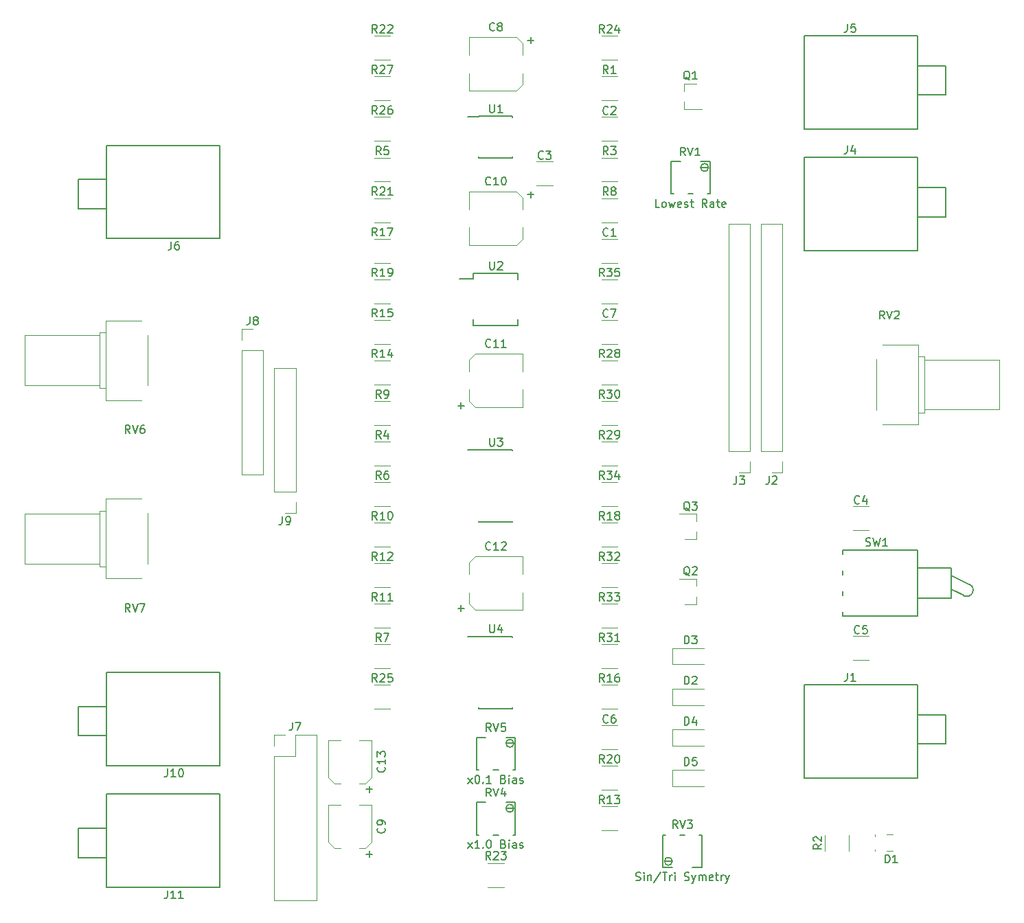
<source format=gbr>
G04 #@! TF.GenerationSoftware,KiCad,Pcbnew,9.0.0*
G04 #@! TF.CreationDate,2025-02-23T15:44:18-07:00*
G04 #@! TF.ProjectId,LFO,4c464f2e-6b69-4636-9164-5f7063625858,rev?*
G04 #@! TF.SameCoordinates,Original*
G04 #@! TF.FileFunction,Legend,Top*
G04 #@! TF.FilePolarity,Positive*
%FSLAX46Y46*%
G04 Gerber Fmt 4.6, Leading zero omitted, Abs format (unit mm)*
G04 Created by KiCad (PCBNEW 9.0.0) date 2025-02-23 15:44:18*
%MOMM*%
%LPD*%
G01*
G04 APERTURE LIST*
%ADD10C,0.150000*%
%ADD11C,0.120000*%
G04 APERTURE END LIST*
D10*
X44571429Y-102654819D02*
X45095238Y-101988152D01*
X44571429Y-101988152D02*
X45095238Y-102654819D01*
X46000000Y-102654819D02*
X45428572Y-102654819D01*
X45714286Y-102654819D02*
X45714286Y-101654819D01*
X45714286Y-101654819D02*
X45619048Y-101797676D01*
X45619048Y-101797676D02*
X45523810Y-101892914D01*
X45523810Y-101892914D02*
X45428572Y-101940533D01*
X46428572Y-102559580D02*
X46476191Y-102607200D01*
X46476191Y-102607200D02*
X46428572Y-102654819D01*
X46428572Y-102654819D02*
X46380953Y-102607200D01*
X46380953Y-102607200D02*
X46428572Y-102559580D01*
X46428572Y-102559580D02*
X46428572Y-102654819D01*
X47095238Y-101654819D02*
X47190476Y-101654819D01*
X47190476Y-101654819D02*
X47285714Y-101702438D01*
X47285714Y-101702438D02*
X47333333Y-101750057D01*
X47333333Y-101750057D02*
X47380952Y-101845295D01*
X47380952Y-101845295D02*
X47428571Y-102035771D01*
X47428571Y-102035771D02*
X47428571Y-102273866D01*
X47428571Y-102273866D02*
X47380952Y-102464342D01*
X47380952Y-102464342D02*
X47333333Y-102559580D01*
X47333333Y-102559580D02*
X47285714Y-102607200D01*
X47285714Y-102607200D02*
X47190476Y-102654819D01*
X47190476Y-102654819D02*
X47095238Y-102654819D01*
X47095238Y-102654819D02*
X47000000Y-102607200D01*
X47000000Y-102607200D02*
X46952381Y-102559580D01*
X46952381Y-102559580D02*
X46904762Y-102464342D01*
X46904762Y-102464342D02*
X46857143Y-102273866D01*
X46857143Y-102273866D02*
X46857143Y-102035771D01*
X46857143Y-102035771D02*
X46904762Y-101845295D01*
X46904762Y-101845295D02*
X46952381Y-101750057D01*
X46952381Y-101750057D02*
X47000000Y-101702438D01*
X47000000Y-101702438D02*
X47095238Y-101654819D01*
X48952381Y-102131009D02*
X49095238Y-102178628D01*
X49095238Y-102178628D02*
X49142857Y-102226247D01*
X49142857Y-102226247D02*
X49190476Y-102321485D01*
X49190476Y-102321485D02*
X49190476Y-102464342D01*
X49190476Y-102464342D02*
X49142857Y-102559580D01*
X49142857Y-102559580D02*
X49095238Y-102607200D01*
X49095238Y-102607200D02*
X49000000Y-102654819D01*
X49000000Y-102654819D02*
X48619048Y-102654819D01*
X48619048Y-102654819D02*
X48619048Y-101654819D01*
X48619048Y-101654819D02*
X48952381Y-101654819D01*
X48952381Y-101654819D02*
X49047619Y-101702438D01*
X49047619Y-101702438D02*
X49095238Y-101750057D01*
X49095238Y-101750057D02*
X49142857Y-101845295D01*
X49142857Y-101845295D02*
X49142857Y-101940533D01*
X49142857Y-101940533D02*
X49095238Y-102035771D01*
X49095238Y-102035771D02*
X49047619Y-102083390D01*
X49047619Y-102083390D02*
X48952381Y-102131009D01*
X48952381Y-102131009D02*
X48619048Y-102131009D01*
X49619048Y-102654819D02*
X49619048Y-101988152D01*
X49619048Y-101654819D02*
X49571429Y-101702438D01*
X49571429Y-101702438D02*
X49619048Y-101750057D01*
X49619048Y-101750057D02*
X49666667Y-101702438D01*
X49666667Y-101702438D02*
X49619048Y-101654819D01*
X49619048Y-101654819D02*
X49619048Y-101750057D01*
X50523809Y-102654819D02*
X50523809Y-102131009D01*
X50523809Y-102131009D02*
X50476190Y-102035771D01*
X50476190Y-102035771D02*
X50380952Y-101988152D01*
X50380952Y-101988152D02*
X50190476Y-101988152D01*
X50190476Y-101988152D02*
X50095238Y-102035771D01*
X50523809Y-102607200D02*
X50428571Y-102654819D01*
X50428571Y-102654819D02*
X50190476Y-102654819D01*
X50190476Y-102654819D02*
X50095238Y-102607200D01*
X50095238Y-102607200D02*
X50047619Y-102511961D01*
X50047619Y-102511961D02*
X50047619Y-102416723D01*
X50047619Y-102416723D02*
X50095238Y-102321485D01*
X50095238Y-102321485D02*
X50190476Y-102273866D01*
X50190476Y-102273866D02*
X50428571Y-102273866D01*
X50428571Y-102273866D02*
X50523809Y-102226247D01*
X50952381Y-102607200D02*
X51047619Y-102654819D01*
X51047619Y-102654819D02*
X51238095Y-102654819D01*
X51238095Y-102654819D02*
X51333333Y-102607200D01*
X51333333Y-102607200D02*
X51380952Y-102511961D01*
X51380952Y-102511961D02*
X51380952Y-102464342D01*
X51380952Y-102464342D02*
X51333333Y-102369104D01*
X51333333Y-102369104D02*
X51238095Y-102321485D01*
X51238095Y-102321485D02*
X51095238Y-102321485D01*
X51095238Y-102321485D02*
X51000000Y-102273866D01*
X51000000Y-102273866D02*
X50952381Y-102178628D01*
X50952381Y-102178628D02*
X50952381Y-102131009D01*
X50952381Y-102131009D02*
X51000000Y-102035771D01*
X51000000Y-102035771D02*
X51095238Y-101988152D01*
X51095238Y-101988152D02*
X51238095Y-101988152D01*
X51238095Y-101988152D02*
X51333333Y-102035771D01*
X44571429Y-94654819D02*
X45095238Y-93988152D01*
X44571429Y-93988152D02*
X45095238Y-94654819D01*
X45666667Y-93654819D02*
X45761905Y-93654819D01*
X45761905Y-93654819D02*
X45857143Y-93702438D01*
X45857143Y-93702438D02*
X45904762Y-93750057D01*
X45904762Y-93750057D02*
X45952381Y-93845295D01*
X45952381Y-93845295D02*
X46000000Y-94035771D01*
X46000000Y-94035771D02*
X46000000Y-94273866D01*
X46000000Y-94273866D02*
X45952381Y-94464342D01*
X45952381Y-94464342D02*
X45904762Y-94559580D01*
X45904762Y-94559580D02*
X45857143Y-94607200D01*
X45857143Y-94607200D02*
X45761905Y-94654819D01*
X45761905Y-94654819D02*
X45666667Y-94654819D01*
X45666667Y-94654819D02*
X45571429Y-94607200D01*
X45571429Y-94607200D02*
X45523810Y-94559580D01*
X45523810Y-94559580D02*
X45476191Y-94464342D01*
X45476191Y-94464342D02*
X45428572Y-94273866D01*
X45428572Y-94273866D02*
X45428572Y-94035771D01*
X45428572Y-94035771D02*
X45476191Y-93845295D01*
X45476191Y-93845295D02*
X45523810Y-93750057D01*
X45523810Y-93750057D02*
X45571429Y-93702438D01*
X45571429Y-93702438D02*
X45666667Y-93654819D01*
X46428572Y-94559580D02*
X46476191Y-94607200D01*
X46476191Y-94607200D02*
X46428572Y-94654819D01*
X46428572Y-94654819D02*
X46380953Y-94607200D01*
X46380953Y-94607200D02*
X46428572Y-94559580D01*
X46428572Y-94559580D02*
X46428572Y-94654819D01*
X47428571Y-94654819D02*
X46857143Y-94654819D01*
X47142857Y-94654819D02*
X47142857Y-93654819D01*
X47142857Y-93654819D02*
X47047619Y-93797676D01*
X47047619Y-93797676D02*
X46952381Y-93892914D01*
X46952381Y-93892914D02*
X46857143Y-93940533D01*
X48952381Y-94131009D02*
X49095238Y-94178628D01*
X49095238Y-94178628D02*
X49142857Y-94226247D01*
X49142857Y-94226247D02*
X49190476Y-94321485D01*
X49190476Y-94321485D02*
X49190476Y-94464342D01*
X49190476Y-94464342D02*
X49142857Y-94559580D01*
X49142857Y-94559580D02*
X49095238Y-94607200D01*
X49095238Y-94607200D02*
X49000000Y-94654819D01*
X49000000Y-94654819D02*
X48619048Y-94654819D01*
X48619048Y-94654819D02*
X48619048Y-93654819D01*
X48619048Y-93654819D02*
X48952381Y-93654819D01*
X48952381Y-93654819D02*
X49047619Y-93702438D01*
X49047619Y-93702438D02*
X49095238Y-93750057D01*
X49095238Y-93750057D02*
X49142857Y-93845295D01*
X49142857Y-93845295D02*
X49142857Y-93940533D01*
X49142857Y-93940533D02*
X49095238Y-94035771D01*
X49095238Y-94035771D02*
X49047619Y-94083390D01*
X49047619Y-94083390D02*
X48952381Y-94131009D01*
X48952381Y-94131009D02*
X48619048Y-94131009D01*
X49619048Y-94654819D02*
X49619048Y-93988152D01*
X49619048Y-93654819D02*
X49571429Y-93702438D01*
X49571429Y-93702438D02*
X49619048Y-93750057D01*
X49619048Y-93750057D02*
X49666667Y-93702438D01*
X49666667Y-93702438D02*
X49619048Y-93654819D01*
X49619048Y-93654819D02*
X49619048Y-93750057D01*
X50523809Y-94654819D02*
X50523809Y-94131009D01*
X50523809Y-94131009D02*
X50476190Y-94035771D01*
X50476190Y-94035771D02*
X50380952Y-93988152D01*
X50380952Y-93988152D02*
X50190476Y-93988152D01*
X50190476Y-93988152D02*
X50095238Y-94035771D01*
X50523809Y-94607200D02*
X50428571Y-94654819D01*
X50428571Y-94654819D02*
X50190476Y-94654819D01*
X50190476Y-94654819D02*
X50095238Y-94607200D01*
X50095238Y-94607200D02*
X50047619Y-94511961D01*
X50047619Y-94511961D02*
X50047619Y-94416723D01*
X50047619Y-94416723D02*
X50095238Y-94321485D01*
X50095238Y-94321485D02*
X50190476Y-94273866D01*
X50190476Y-94273866D02*
X50428571Y-94273866D01*
X50428571Y-94273866D02*
X50523809Y-94226247D01*
X50952381Y-94607200D02*
X51047619Y-94654819D01*
X51047619Y-94654819D02*
X51238095Y-94654819D01*
X51238095Y-94654819D02*
X51333333Y-94607200D01*
X51333333Y-94607200D02*
X51380952Y-94511961D01*
X51380952Y-94511961D02*
X51380952Y-94464342D01*
X51380952Y-94464342D02*
X51333333Y-94369104D01*
X51333333Y-94369104D02*
X51238095Y-94321485D01*
X51238095Y-94321485D02*
X51095238Y-94321485D01*
X51095238Y-94321485D02*
X51000000Y-94273866D01*
X51000000Y-94273866D02*
X50952381Y-94178628D01*
X50952381Y-94178628D02*
X50952381Y-94131009D01*
X50952381Y-94131009D02*
X51000000Y-94035771D01*
X51000000Y-94035771D02*
X51095238Y-93988152D01*
X51095238Y-93988152D02*
X51238095Y-93988152D01*
X51238095Y-93988152D02*
X51333333Y-94035771D01*
X68166665Y-23654819D02*
X67690475Y-23654819D01*
X67690475Y-23654819D02*
X67690475Y-22654819D01*
X68642856Y-23654819D02*
X68547618Y-23607200D01*
X68547618Y-23607200D02*
X68499999Y-23559580D01*
X68499999Y-23559580D02*
X68452380Y-23464342D01*
X68452380Y-23464342D02*
X68452380Y-23178628D01*
X68452380Y-23178628D02*
X68499999Y-23083390D01*
X68499999Y-23083390D02*
X68547618Y-23035771D01*
X68547618Y-23035771D02*
X68642856Y-22988152D01*
X68642856Y-22988152D02*
X68785713Y-22988152D01*
X68785713Y-22988152D02*
X68880951Y-23035771D01*
X68880951Y-23035771D02*
X68928570Y-23083390D01*
X68928570Y-23083390D02*
X68976189Y-23178628D01*
X68976189Y-23178628D02*
X68976189Y-23464342D01*
X68976189Y-23464342D02*
X68928570Y-23559580D01*
X68928570Y-23559580D02*
X68880951Y-23607200D01*
X68880951Y-23607200D02*
X68785713Y-23654819D01*
X68785713Y-23654819D02*
X68642856Y-23654819D01*
X69309523Y-22988152D02*
X69499999Y-23654819D01*
X69499999Y-23654819D02*
X69690475Y-23178628D01*
X69690475Y-23178628D02*
X69880951Y-23654819D01*
X69880951Y-23654819D02*
X70071427Y-22988152D01*
X70833332Y-23607200D02*
X70738094Y-23654819D01*
X70738094Y-23654819D02*
X70547618Y-23654819D01*
X70547618Y-23654819D02*
X70452380Y-23607200D01*
X70452380Y-23607200D02*
X70404761Y-23511961D01*
X70404761Y-23511961D02*
X70404761Y-23131009D01*
X70404761Y-23131009D02*
X70452380Y-23035771D01*
X70452380Y-23035771D02*
X70547618Y-22988152D01*
X70547618Y-22988152D02*
X70738094Y-22988152D01*
X70738094Y-22988152D02*
X70833332Y-23035771D01*
X70833332Y-23035771D02*
X70880951Y-23131009D01*
X70880951Y-23131009D02*
X70880951Y-23226247D01*
X70880951Y-23226247D02*
X70404761Y-23321485D01*
X71261904Y-23607200D02*
X71357142Y-23654819D01*
X71357142Y-23654819D02*
X71547618Y-23654819D01*
X71547618Y-23654819D02*
X71642856Y-23607200D01*
X71642856Y-23607200D02*
X71690475Y-23511961D01*
X71690475Y-23511961D02*
X71690475Y-23464342D01*
X71690475Y-23464342D02*
X71642856Y-23369104D01*
X71642856Y-23369104D02*
X71547618Y-23321485D01*
X71547618Y-23321485D02*
X71404761Y-23321485D01*
X71404761Y-23321485D02*
X71309523Y-23273866D01*
X71309523Y-23273866D02*
X71261904Y-23178628D01*
X71261904Y-23178628D02*
X71261904Y-23131009D01*
X71261904Y-23131009D02*
X71309523Y-23035771D01*
X71309523Y-23035771D02*
X71404761Y-22988152D01*
X71404761Y-22988152D02*
X71547618Y-22988152D01*
X71547618Y-22988152D02*
X71642856Y-23035771D01*
X71976190Y-22988152D02*
X72357142Y-22988152D01*
X72119047Y-22654819D02*
X72119047Y-23511961D01*
X72119047Y-23511961D02*
X72166666Y-23607200D01*
X72166666Y-23607200D02*
X72261904Y-23654819D01*
X72261904Y-23654819D02*
X72357142Y-23654819D01*
X74023809Y-23654819D02*
X73690476Y-23178628D01*
X73452381Y-23654819D02*
X73452381Y-22654819D01*
X73452381Y-22654819D02*
X73833333Y-22654819D01*
X73833333Y-22654819D02*
X73928571Y-22702438D01*
X73928571Y-22702438D02*
X73976190Y-22750057D01*
X73976190Y-22750057D02*
X74023809Y-22845295D01*
X74023809Y-22845295D02*
X74023809Y-22988152D01*
X74023809Y-22988152D02*
X73976190Y-23083390D01*
X73976190Y-23083390D02*
X73928571Y-23131009D01*
X73928571Y-23131009D02*
X73833333Y-23178628D01*
X73833333Y-23178628D02*
X73452381Y-23178628D01*
X74880952Y-23654819D02*
X74880952Y-23131009D01*
X74880952Y-23131009D02*
X74833333Y-23035771D01*
X74833333Y-23035771D02*
X74738095Y-22988152D01*
X74738095Y-22988152D02*
X74547619Y-22988152D01*
X74547619Y-22988152D02*
X74452381Y-23035771D01*
X74880952Y-23607200D02*
X74785714Y-23654819D01*
X74785714Y-23654819D02*
X74547619Y-23654819D01*
X74547619Y-23654819D02*
X74452381Y-23607200D01*
X74452381Y-23607200D02*
X74404762Y-23511961D01*
X74404762Y-23511961D02*
X74404762Y-23416723D01*
X74404762Y-23416723D02*
X74452381Y-23321485D01*
X74452381Y-23321485D02*
X74547619Y-23273866D01*
X74547619Y-23273866D02*
X74785714Y-23273866D01*
X74785714Y-23273866D02*
X74880952Y-23226247D01*
X75214286Y-22988152D02*
X75595238Y-22988152D01*
X75357143Y-22654819D02*
X75357143Y-23511961D01*
X75357143Y-23511961D02*
X75404762Y-23607200D01*
X75404762Y-23607200D02*
X75500000Y-23654819D01*
X75500000Y-23654819D02*
X75595238Y-23654819D01*
X76309524Y-23607200D02*
X76214286Y-23654819D01*
X76214286Y-23654819D02*
X76023810Y-23654819D01*
X76023810Y-23654819D02*
X75928572Y-23607200D01*
X75928572Y-23607200D02*
X75880953Y-23511961D01*
X75880953Y-23511961D02*
X75880953Y-23131009D01*
X75880953Y-23131009D02*
X75928572Y-23035771D01*
X75928572Y-23035771D02*
X76023810Y-22988152D01*
X76023810Y-22988152D02*
X76214286Y-22988152D01*
X76214286Y-22988152D02*
X76309524Y-23035771D01*
X76309524Y-23035771D02*
X76357143Y-23131009D01*
X76357143Y-23131009D02*
X76357143Y-23226247D01*
X76357143Y-23226247D02*
X75880953Y-23321485D01*
X65261904Y-106607200D02*
X65404761Y-106654819D01*
X65404761Y-106654819D02*
X65642856Y-106654819D01*
X65642856Y-106654819D02*
X65738094Y-106607200D01*
X65738094Y-106607200D02*
X65785713Y-106559580D01*
X65785713Y-106559580D02*
X65833332Y-106464342D01*
X65833332Y-106464342D02*
X65833332Y-106369104D01*
X65833332Y-106369104D02*
X65785713Y-106273866D01*
X65785713Y-106273866D02*
X65738094Y-106226247D01*
X65738094Y-106226247D02*
X65642856Y-106178628D01*
X65642856Y-106178628D02*
X65452380Y-106131009D01*
X65452380Y-106131009D02*
X65357142Y-106083390D01*
X65357142Y-106083390D02*
X65309523Y-106035771D01*
X65309523Y-106035771D02*
X65261904Y-105940533D01*
X65261904Y-105940533D02*
X65261904Y-105845295D01*
X65261904Y-105845295D02*
X65309523Y-105750057D01*
X65309523Y-105750057D02*
X65357142Y-105702438D01*
X65357142Y-105702438D02*
X65452380Y-105654819D01*
X65452380Y-105654819D02*
X65690475Y-105654819D01*
X65690475Y-105654819D02*
X65833332Y-105702438D01*
X66261904Y-106654819D02*
X66261904Y-105988152D01*
X66261904Y-105654819D02*
X66214285Y-105702438D01*
X66214285Y-105702438D02*
X66261904Y-105750057D01*
X66261904Y-105750057D02*
X66309523Y-105702438D01*
X66309523Y-105702438D02*
X66261904Y-105654819D01*
X66261904Y-105654819D02*
X66261904Y-105750057D01*
X66738094Y-105988152D02*
X66738094Y-106654819D01*
X66738094Y-106083390D02*
X66785713Y-106035771D01*
X66785713Y-106035771D02*
X66880951Y-105988152D01*
X66880951Y-105988152D02*
X67023808Y-105988152D01*
X67023808Y-105988152D02*
X67119046Y-106035771D01*
X67119046Y-106035771D02*
X67166665Y-106131009D01*
X67166665Y-106131009D02*
X67166665Y-106654819D01*
X68357141Y-105607200D02*
X67499999Y-106892914D01*
X68547618Y-105654819D02*
X69119046Y-105654819D01*
X68833332Y-106654819D02*
X68833332Y-105654819D01*
X69452380Y-106654819D02*
X69452380Y-105988152D01*
X69452380Y-106178628D02*
X69499999Y-106083390D01*
X69499999Y-106083390D02*
X69547618Y-106035771D01*
X69547618Y-106035771D02*
X69642856Y-105988152D01*
X69642856Y-105988152D02*
X69738094Y-105988152D01*
X70071428Y-106654819D02*
X70071428Y-105988152D01*
X70071428Y-105654819D02*
X70023809Y-105702438D01*
X70023809Y-105702438D02*
X70071428Y-105750057D01*
X70071428Y-105750057D02*
X70119047Y-105702438D01*
X70119047Y-105702438D02*
X70071428Y-105654819D01*
X70071428Y-105654819D02*
X70071428Y-105750057D01*
X71261904Y-106607200D02*
X71404761Y-106654819D01*
X71404761Y-106654819D02*
X71642856Y-106654819D01*
X71642856Y-106654819D02*
X71738094Y-106607200D01*
X71738094Y-106607200D02*
X71785713Y-106559580D01*
X71785713Y-106559580D02*
X71833332Y-106464342D01*
X71833332Y-106464342D02*
X71833332Y-106369104D01*
X71833332Y-106369104D02*
X71785713Y-106273866D01*
X71785713Y-106273866D02*
X71738094Y-106226247D01*
X71738094Y-106226247D02*
X71642856Y-106178628D01*
X71642856Y-106178628D02*
X71452380Y-106131009D01*
X71452380Y-106131009D02*
X71357142Y-106083390D01*
X71357142Y-106083390D02*
X71309523Y-106035771D01*
X71309523Y-106035771D02*
X71261904Y-105940533D01*
X71261904Y-105940533D02*
X71261904Y-105845295D01*
X71261904Y-105845295D02*
X71309523Y-105750057D01*
X71309523Y-105750057D02*
X71357142Y-105702438D01*
X71357142Y-105702438D02*
X71452380Y-105654819D01*
X71452380Y-105654819D02*
X71690475Y-105654819D01*
X71690475Y-105654819D02*
X71833332Y-105702438D01*
X72166666Y-105988152D02*
X72404761Y-106654819D01*
X72642856Y-105988152D02*
X72404761Y-106654819D01*
X72404761Y-106654819D02*
X72309523Y-106892914D01*
X72309523Y-106892914D02*
X72261904Y-106940533D01*
X72261904Y-106940533D02*
X72166666Y-106988152D01*
X73023809Y-106654819D02*
X73023809Y-105988152D01*
X73023809Y-106083390D02*
X73071428Y-106035771D01*
X73071428Y-106035771D02*
X73166666Y-105988152D01*
X73166666Y-105988152D02*
X73309523Y-105988152D01*
X73309523Y-105988152D02*
X73404761Y-106035771D01*
X73404761Y-106035771D02*
X73452380Y-106131009D01*
X73452380Y-106131009D02*
X73452380Y-106654819D01*
X73452380Y-106131009D02*
X73499999Y-106035771D01*
X73499999Y-106035771D02*
X73595237Y-105988152D01*
X73595237Y-105988152D02*
X73738094Y-105988152D01*
X73738094Y-105988152D02*
X73833333Y-106035771D01*
X73833333Y-106035771D02*
X73880952Y-106131009D01*
X73880952Y-106131009D02*
X73880952Y-106654819D01*
X74738094Y-106607200D02*
X74642856Y-106654819D01*
X74642856Y-106654819D02*
X74452380Y-106654819D01*
X74452380Y-106654819D02*
X74357142Y-106607200D01*
X74357142Y-106607200D02*
X74309523Y-106511961D01*
X74309523Y-106511961D02*
X74309523Y-106131009D01*
X74309523Y-106131009D02*
X74357142Y-106035771D01*
X74357142Y-106035771D02*
X74452380Y-105988152D01*
X74452380Y-105988152D02*
X74642856Y-105988152D01*
X74642856Y-105988152D02*
X74738094Y-106035771D01*
X74738094Y-106035771D02*
X74785713Y-106131009D01*
X74785713Y-106131009D02*
X74785713Y-106226247D01*
X74785713Y-106226247D02*
X74309523Y-106321485D01*
X75071428Y-105988152D02*
X75452380Y-105988152D01*
X75214285Y-105654819D02*
X75214285Y-106511961D01*
X75214285Y-106511961D02*
X75261904Y-106607200D01*
X75261904Y-106607200D02*
X75357142Y-106654819D01*
X75357142Y-106654819D02*
X75452380Y-106654819D01*
X75785714Y-106654819D02*
X75785714Y-105988152D01*
X75785714Y-106178628D02*
X75833333Y-106083390D01*
X75833333Y-106083390D02*
X75880952Y-106035771D01*
X75880952Y-106035771D02*
X75976190Y-105988152D01*
X75976190Y-105988152D02*
X76071428Y-105988152D01*
X76309524Y-105988152D02*
X76547619Y-106654819D01*
X76785714Y-105988152D02*
X76547619Y-106654819D01*
X76547619Y-106654819D02*
X76452381Y-106892914D01*
X76452381Y-106892914D02*
X76404762Y-106940533D01*
X76404762Y-106940533D02*
X76309524Y-106988152D01*
X95991905Y-104464819D02*
X95991905Y-103464819D01*
X95991905Y-103464819D02*
X96230000Y-103464819D01*
X96230000Y-103464819D02*
X96372857Y-103512438D01*
X96372857Y-103512438D02*
X96468095Y-103607676D01*
X96468095Y-103607676D02*
X96515714Y-103702914D01*
X96515714Y-103702914D02*
X96563333Y-103893390D01*
X96563333Y-103893390D02*
X96563333Y-104036247D01*
X96563333Y-104036247D02*
X96515714Y-104226723D01*
X96515714Y-104226723D02*
X96468095Y-104321961D01*
X96468095Y-104321961D02*
X96372857Y-104417200D01*
X96372857Y-104417200D02*
X96230000Y-104464819D01*
X96230000Y-104464819D02*
X95991905Y-104464819D01*
X97515714Y-104464819D02*
X96944286Y-104464819D01*
X97230000Y-104464819D02*
X97230000Y-103464819D01*
X97230000Y-103464819D02*
X97134762Y-103607676D01*
X97134762Y-103607676D02*
X97039524Y-103702914D01*
X97039524Y-103702914D02*
X96944286Y-103750533D01*
X91348166Y-81041319D02*
X91348166Y-81755604D01*
X91348166Y-81755604D02*
X91300547Y-81898461D01*
X91300547Y-81898461D02*
X91205309Y-81993700D01*
X91205309Y-81993700D02*
X91062452Y-82041319D01*
X91062452Y-82041319D02*
X90967214Y-82041319D01*
X92348166Y-82041319D02*
X91776738Y-82041319D01*
X92062452Y-82041319D02*
X92062452Y-81041319D01*
X92062452Y-81041319D02*
X91967214Y-81184176D01*
X91967214Y-81184176D02*
X91871976Y-81279414D01*
X91871976Y-81279414D02*
X91776738Y-81327033D01*
X81666666Y-56784819D02*
X81666666Y-57499104D01*
X81666666Y-57499104D02*
X81619047Y-57641961D01*
X81619047Y-57641961D02*
X81523809Y-57737200D01*
X81523809Y-57737200D02*
X81380952Y-57784819D01*
X81380952Y-57784819D02*
X81285714Y-57784819D01*
X82095238Y-56880057D02*
X82142857Y-56832438D01*
X82142857Y-56832438D02*
X82238095Y-56784819D01*
X82238095Y-56784819D02*
X82476190Y-56784819D01*
X82476190Y-56784819D02*
X82571428Y-56832438D01*
X82571428Y-56832438D02*
X82619047Y-56880057D01*
X82619047Y-56880057D02*
X82666666Y-56975295D01*
X82666666Y-56975295D02*
X82666666Y-57070533D01*
X82666666Y-57070533D02*
X82619047Y-57213390D01*
X82619047Y-57213390D02*
X82047619Y-57784819D01*
X82047619Y-57784819D02*
X82666666Y-57784819D01*
X77666666Y-56784819D02*
X77666666Y-57499104D01*
X77666666Y-57499104D02*
X77619047Y-57641961D01*
X77619047Y-57641961D02*
X77523809Y-57737200D01*
X77523809Y-57737200D02*
X77380952Y-57784819D01*
X77380952Y-57784819D02*
X77285714Y-57784819D01*
X78047619Y-56784819D02*
X78666666Y-56784819D01*
X78666666Y-56784819D02*
X78333333Y-57165771D01*
X78333333Y-57165771D02*
X78476190Y-57165771D01*
X78476190Y-57165771D02*
X78571428Y-57213390D01*
X78571428Y-57213390D02*
X78619047Y-57261009D01*
X78619047Y-57261009D02*
X78666666Y-57356247D01*
X78666666Y-57356247D02*
X78666666Y-57594342D01*
X78666666Y-57594342D02*
X78619047Y-57689580D01*
X78619047Y-57689580D02*
X78571428Y-57737200D01*
X78571428Y-57737200D02*
X78476190Y-57784819D01*
X78476190Y-57784819D02*
X78190476Y-57784819D01*
X78190476Y-57784819D02*
X78095238Y-57737200D01*
X78095238Y-57737200D02*
X78047619Y-57689580D01*
X91348166Y-16041319D02*
X91348166Y-16755604D01*
X91348166Y-16755604D02*
X91300547Y-16898461D01*
X91300547Y-16898461D02*
X91205309Y-16993700D01*
X91205309Y-16993700D02*
X91062452Y-17041319D01*
X91062452Y-17041319D02*
X90967214Y-17041319D01*
X92252928Y-16374652D02*
X92252928Y-17041319D01*
X92014833Y-15993700D02*
X91776738Y-16707985D01*
X91776738Y-16707985D02*
X92395785Y-16707985D01*
X91348166Y-1041319D02*
X91348166Y-1755604D01*
X91348166Y-1755604D02*
X91300547Y-1898461D01*
X91300547Y-1898461D02*
X91205309Y-1993700D01*
X91205309Y-1993700D02*
X91062452Y-2041319D01*
X91062452Y-2041319D02*
X90967214Y-2041319D01*
X92300547Y-1041319D02*
X91824357Y-1041319D01*
X91824357Y-1041319D02*
X91776738Y-1517509D01*
X91776738Y-1517509D02*
X91824357Y-1469890D01*
X91824357Y-1469890D02*
X91919595Y-1422271D01*
X91919595Y-1422271D02*
X92157690Y-1422271D01*
X92157690Y-1422271D02*
X92252928Y-1469890D01*
X92252928Y-1469890D02*
X92300547Y-1517509D01*
X92300547Y-1517509D02*
X92348166Y-1612747D01*
X92348166Y-1612747D02*
X92348166Y-1850842D01*
X92348166Y-1850842D02*
X92300547Y-1946080D01*
X92300547Y-1946080D02*
X92252928Y-1993700D01*
X92252928Y-1993700D02*
X92157690Y-2041319D01*
X92157690Y-2041319D02*
X91919595Y-2041319D01*
X91919595Y-2041319D02*
X91824357Y-1993700D01*
X91824357Y-1993700D02*
X91776738Y-1946080D01*
X7985166Y-27868319D02*
X7985166Y-28582604D01*
X7985166Y-28582604D02*
X7937547Y-28725461D01*
X7937547Y-28725461D02*
X7842309Y-28820700D01*
X7842309Y-28820700D02*
X7699452Y-28868319D01*
X7699452Y-28868319D02*
X7604214Y-28868319D01*
X8889928Y-27868319D02*
X8699452Y-27868319D01*
X8699452Y-27868319D02*
X8604214Y-27915938D01*
X8604214Y-27915938D02*
X8556595Y-27963557D01*
X8556595Y-27963557D02*
X8461357Y-28106414D01*
X8461357Y-28106414D02*
X8413738Y-28296890D01*
X8413738Y-28296890D02*
X8413738Y-28677842D01*
X8413738Y-28677842D02*
X8461357Y-28773080D01*
X8461357Y-28773080D02*
X8508976Y-28820700D01*
X8508976Y-28820700D02*
X8604214Y-28868319D01*
X8604214Y-28868319D02*
X8794690Y-28868319D01*
X8794690Y-28868319D02*
X8889928Y-28820700D01*
X8889928Y-28820700D02*
X8937547Y-28773080D01*
X8937547Y-28773080D02*
X8985166Y-28677842D01*
X8985166Y-28677842D02*
X8985166Y-28439747D01*
X8985166Y-28439747D02*
X8937547Y-28344509D01*
X8937547Y-28344509D02*
X8889928Y-28296890D01*
X8889928Y-28296890D02*
X8794690Y-28249271D01*
X8794690Y-28249271D02*
X8604214Y-28249271D01*
X8604214Y-28249271D02*
X8508976Y-28296890D01*
X8508976Y-28296890D02*
X8461357Y-28344509D01*
X8461357Y-28344509D02*
X8413738Y-28439747D01*
X22936666Y-87124819D02*
X22936666Y-87839104D01*
X22936666Y-87839104D02*
X22889047Y-87981961D01*
X22889047Y-87981961D02*
X22793809Y-88077200D01*
X22793809Y-88077200D02*
X22650952Y-88124819D01*
X22650952Y-88124819D02*
X22555714Y-88124819D01*
X23317619Y-87124819D02*
X23984285Y-87124819D01*
X23984285Y-87124819D02*
X23555714Y-88124819D01*
X17666666Y-37124819D02*
X17666666Y-37839104D01*
X17666666Y-37839104D02*
X17619047Y-37981961D01*
X17619047Y-37981961D02*
X17523809Y-38077200D01*
X17523809Y-38077200D02*
X17380952Y-38124819D01*
X17380952Y-38124819D02*
X17285714Y-38124819D01*
X18285714Y-37553390D02*
X18190476Y-37505771D01*
X18190476Y-37505771D02*
X18142857Y-37458152D01*
X18142857Y-37458152D02*
X18095238Y-37362914D01*
X18095238Y-37362914D02*
X18095238Y-37315295D01*
X18095238Y-37315295D02*
X18142857Y-37220057D01*
X18142857Y-37220057D02*
X18190476Y-37172438D01*
X18190476Y-37172438D02*
X18285714Y-37124819D01*
X18285714Y-37124819D02*
X18476190Y-37124819D01*
X18476190Y-37124819D02*
X18571428Y-37172438D01*
X18571428Y-37172438D02*
X18619047Y-37220057D01*
X18619047Y-37220057D02*
X18666666Y-37315295D01*
X18666666Y-37315295D02*
X18666666Y-37362914D01*
X18666666Y-37362914D02*
X18619047Y-37458152D01*
X18619047Y-37458152D02*
X18571428Y-37505771D01*
X18571428Y-37505771D02*
X18476190Y-37553390D01*
X18476190Y-37553390D02*
X18285714Y-37553390D01*
X18285714Y-37553390D02*
X18190476Y-37601009D01*
X18190476Y-37601009D02*
X18142857Y-37648628D01*
X18142857Y-37648628D02*
X18095238Y-37743866D01*
X18095238Y-37743866D02*
X18095238Y-37934342D01*
X18095238Y-37934342D02*
X18142857Y-38029580D01*
X18142857Y-38029580D02*
X18190476Y-38077200D01*
X18190476Y-38077200D02*
X18285714Y-38124819D01*
X18285714Y-38124819D02*
X18476190Y-38124819D01*
X18476190Y-38124819D02*
X18571428Y-38077200D01*
X18571428Y-38077200D02*
X18619047Y-38029580D01*
X18619047Y-38029580D02*
X18666666Y-37934342D01*
X18666666Y-37934342D02*
X18666666Y-37743866D01*
X18666666Y-37743866D02*
X18619047Y-37648628D01*
X18619047Y-37648628D02*
X18571428Y-37601009D01*
X18571428Y-37601009D02*
X18476190Y-37553390D01*
X21666666Y-61784819D02*
X21666666Y-62499104D01*
X21666666Y-62499104D02*
X21619047Y-62641961D01*
X21619047Y-62641961D02*
X21523809Y-62737200D01*
X21523809Y-62737200D02*
X21380952Y-62784819D01*
X21380952Y-62784819D02*
X21285714Y-62784819D01*
X22190476Y-62784819D02*
X22380952Y-62784819D01*
X22380952Y-62784819D02*
X22476190Y-62737200D01*
X22476190Y-62737200D02*
X22523809Y-62689580D01*
X22523809Y-62689580D02*
X22619047Y-62546723D01*
X22619047Y-62546723D02*
X22666666Y-62356247D01*
X22666666Y-62356247D02*
X22666666Y-61975295D01*
X22666666Y-61975295D02*
X22619047Y-61880057D01*
X22619047Y-61880057D02*
X22571428Y-61832438D01*
X22571428Y-61832438D02*
X22476190Y-61784819D01*
X22476190Y-61784819D02*
X22285714Y-61784819D01*
X22285714Y-61784819D02*
X22190476Y-61832438D01*
X22190476Y-61832438D02*
X22142857Y-61880057D01*
X22142857Y-61880057D02*
X22095238Y-61975295D01*
X22095238Y-61975295D02*
X22095238Y-62213390D01*
X22095238Y-62213390D02*
X22142857Y-62308628D01*
X22142857Y-62308628D02*
X22190476Y-62356247D01*
X22190476Y-62356247D02*
X22285714Y-62403866D01*
X22285714Y-62403866D02*
X22476190Y-62403866D01*
X22476190Y-62403866D02*
X22571428Y-62356247D01*
X22571428Y-62356247D02*
X22619047Y-62308628D01*
X22619047Y-62308628D02*
X22666666Y-62213390D01*
X7508976Y-92868319D02*
X7508976Y-93582604D01*
X7508976Y-93582604D02*
X7461357Y-93725461D01*
X7461357Y-93725461D02*
X7366119Y-93820700D01*
X7366119Y-93820700D02*
X7223262Y-93868319D01*
X7223262Y-93868319D02*
X7128024Y-93868319D01*
X8508976Y-93868319D02*
X7937548Y-93868319D01*
X8223262Y-93868319D02*
X8223262Y-92868319D01*
X8223262Y-92868319D02*
X8128024Y-93011176D01*
X8128024Y-93011176D02*
X8032786Y-93106414D01*
X8032786Y-93106414D02*
X7937548Y-93154033D01*
X9128024Y-92868319D02*
X9223262Y-92868319D01*
X9223262Y-92868319D02*
X9318500Y-92915938D01*
X9318500Y-92915938D02*
X9366119Y-92963557D01*
X9366119Y-92963557D02*
X9413738Y-93058795D01*
X9413738Y-93058795D02*
X9461357Y-93249271D01*
X9461357Y-93249271D02*
X9461357Y-93487366D01*
X9461357Y-93487366D02*
X9413738Y-93677842D01*
X9413738Y-93677842D02*
X9366119Y-93773080D01*
X9366119Y-93773080D02*
X9318500Y-93820700D01*
X9318500Y-93820700D02*
X9223262Y-93868319D01*
X9223262Y-93868319D02*
X9128024Y-93868319D01*
X9128024Y-93868319D02*
X9032786Y-93820700D01*
X9032786Y-93820700D02*
X8985167Y-93773080D01*
X8985167Y-93773080D02*
X8937548Y-93677842D01*
X8937548Y-93677842D02*
X8889929Y-93487366D01*
X8889929Y-93487366D02*
X8889929Y-93249271D01*
X8889929Y-93249271D02*
X8937548Y-93058795D01*
X8937548Y-93058795D02*
X8985167Y-92963557D01*
X8985167Y-92963557D02*
X9032786Y-92915938D01*
X9032786Y-92915938D02*
X9128024Y-92868319D01*
X7508976Y-107868319D02*
X7508976Y-108582604D01*
X7508976Y-108582604D02*
X7461357Y-108725461D01*
X7461357Y-108725461D02*
X7366119Y-108820700D01*
X7366119Y-108820700D02*
X7223262Y-108868319D01*
X7223262Y-108868319D02*
X7128024Y-108868319D01*
X8508976Y-108868319D02*
X7937548Y-108868319D01*
X8223262Y-108868319D02*
X8223262Y-107868319D01*
X8223262Y-107868319D02*
X8128024Y-108011176D01*
X8128024Y-108011176D02*
X8032786Y-108106414D01*
X8032786Y-108106414D02*
X7937548Y-108154033D01*
X9461357Y-108868319D02*
X8889929Y-108868319D01*
X9175643Y-108868319D02*
X9175643Y-107868319D01*
X9175643Y-107868319D02*
X9080405Y-108011176D01*
X9080405Y-108011176D02*
X8985167Y-108106414D01*
X8985167Y-108106414D02*
X8889929Y-108154033D01*
X95904761Y-37404819D02*
X95571428Y-36928628D01*
X95333333Y-37404819D02*
X95333333Y-36404819D01*
X95333333Y-36404819D02*
X95714285Y-36404819D01*
X95714285Y-36404819D02*
X95809523Y-36452438D01*
X95809523Y-36452438D02*
X95857142Y-36500057D01*
X95857142Y-36500057D02*
X95904761Y-36595295D01*
X95904761Y-36595295D02*
X95904761Y-36738152D01*
X95904761Y-36738152D02*
X95857142Y-36833390D01*
X95857142Y-36833390D02*
X95809523Y-36881009D01*
X95809523Y-36881009D02*
X95714285Y-36928628D01*
X95714285Y-36928628D02*
X95333333Y-36928628D01*
X96190476Y-36404819D02*
X96523809Y-37404819D01*
X96523809Y-37404819D02*
X96857142Y-36404819D01*
X97142857Y-36500057D02*
X97190476Y-36452438D01*
X97190476Y-36452438D02*
X97285714Y-36404819D01*
X97285714Y-36404819D02*
X97523809Y-36404819D01*
X97523809Y-36404819D02*
X97619047Y-36452438D01*
X97619047Y-36452438D02*
X97666666Y-36500057D01*
X97666666Y-36500057D02*
X97714285Y-36595295D01*
X97714285Y-36595295D02*
X97714285Y-36690533D01*
X97714285Y-36690533D02*
X97666666Y-36833390D01*
X97666666Y-36833390D02*
X97095238Y-37404819D01*
X97095238Y-37404819D02*
X97714285Y-37404819D01*
X2904761Y-51504819D02*
X2571428Y-51028628D01*
X2333333Y-51504819D02*
X2333333Y-50504819D01*
X2333333Y-50504819D02*
X2714285Y-50504819D01*
X2714285Y-50504819D02*
X2809523Y-50552438D01*
X2809523Y-50552438D02*
X2857142Y-50600057D01*
X2857142Y-50600057D02*
X2904761Y-50695295D01*
X2904761Y-50695295D02*
X2904761Y-50838152D01*
X2904761Y-50838152D02*
X2857142Y-50933390D01*
X2857142Y-50933390D02*
X2809523Y-50981009D01*
X2809523Y-50981009D02*
X2714285Y-51028628D01*
X2714285Y-51028628D02*
X2333333Y-51028628D01*
X3190476Y-50504819D02*
X3523809Y-51504819D01*
X3523809Y-51504819D02*
X3857142Y-50504819D01*
X4619047Y-50504819D02*
X4428571Y-50504819D01*
X4428571Y-50504819D02*
X4333333Y-50552438D01*
X4333333Y-50552438D02*
X4285714Y-50600057D01*
X4285714Y-50600057D02*
X4190476Y-50742914D01*
X4190476Y-50742914D02*
X4142857Y-50933390D01*
X4142857Y-50933390D02*
X4142857Y-51314342D01*
X4142857Y-51314342D02*
X4190476Y-51409580D01*
X4190476Y-51409580D02*
X4238095Y-51457200D01*
X4238095Y-51457200D02*
X4333333Y-51504819D01*
X4333333Y-51504819D02*
X4523809Y-51504819D01*
X4523809Y-51504819D02*
X4619047Y-51457200D01*
X4619047Y-51457200D02*
X4666666Y-51409580D01*
X4666666Y-51409580D02*
X4714285Y-51314342D01*
X4714285Y-51314342D02*
X4714285Y-51076247D01*
X4714285Y-51076247D02*
X4666666Y-50981009D01*
X4666666Y-50981009D02*
X4619047Y-50933390D01*
X4619047Y-50933390D02*
X4523809Y-50885771D01*
X4523809Y-50885771D02*
X4333333Y-50885771D01*
X4333333Y-50885771D02*
X4238095Y-50933390D01*
X4238095Y-50933390D02*
X4190476Y-50981009D01*
X4190476Y-50981009D02*
X4142857Y-51076247D01*
X2904761Y-73504819D02*
X2571428Y-73028628D01*
X2333333Y-73504819D02*
X2333333Y-72504819D01*
X2333333Y-72504819D02*
X2714285Y-72504819D01*
X2714285Y-72504819D02*
X2809523Y-72552438D01*
X2809523Y-72552438D02*
X2857142Y-72600057D01*
X2857142Y-72600057D02*
X2904761Y-72695295D01*
X2904761Y-72695295D02*
X2904761Y-72838152D01*
X2904761Y-72838152D02*
X2857142Y-72933390D01*
X2857142Y-72933390D02*
X2809523Y-72981009D01*
X2809523Y-72981009D02*
X2714285Y-73028628D01*
X2714285Y-73028628D02*
X2333333Y-73028628D01*
X3190476Y-72504819D02*
X3523809Y-73504819D01*
X3523809Y-73504819D02*
X3857142Y-72504819D01*
X4095238Y-72504819D02*
X4761904Y-72504819D01*
X4761904Y-72504819D02*
X4333333Y-73504819D01*
X93616667Y-65357200D02*
X93759524Y-65404819D01*
X93759524Y-65404819D02*
X93997619Y-65404819D01*
X93997619Y-65404819D02*
X94092857Y-65357200D01*
X94092857Y-65357200D02*
X94140476Y-65309580D01*
X94140476Y-65309580D02*
X94188095Y-65214342D01*
X94188095Y-65214342D02*
X94188095Y-65119104D01*
X94188095Y-65119104D02*
X94140476Y-65023866D01*
X94140476Y-65023866D02*
X94092857Y-64976247D01*
X94092857Y-64976247D02*
X93997619Y-64928628D01*
X93997619Y-64928628D02*
X93807143Y-64881009D01*
X93807143Y-64881009D02*
X93711905Y-64833390D01*
X93711905Y-64833390D02*
X93664286Y-64785771D01*
X93664286Y-64785771D02*
X93616667Y-64690533D01*
X93616667Y-64690533D02*
X93616667Y-64595295D01*
X93616667Y-64595295D02*
X93664286Y-64500057D01*
X93664286Y-64500057D02*
X93711905Y-64452438D01*
X93711905Y-64452438D02*
X93807143Y-64404819D01*
X93807143Y-64404819D02*
X94045238Y-64404819D01*
X94045238Y-64404819D02*
X94188095Y-64452438D01*
X94521429Y-64404819D02*
X94759524Y-65404819D01*
X94759524Y-65404819D02*
X94950000Y-64690533D01*
X94950000Y-64690533D02*
X95140476Y-65404819D01*
X95140476Y-65404819D02*
X95378572Y-64404819D01*
X96283333Y-65404819D02*
X95711905Y-65404819D01*
X95997619Y-65404819D02*
X95997619Y-64404819D01*
X95997619Y-64404819D02*
X95902381Y-64547676D01*
X95902381Y-64547676D02*
X95807143Y-64642914D01*
X95807143Y-64642914D02*
X95711905Y-64690533D01*
X61833333Y-27109580D02*
X61785714Y-27157200D01*
X61785714Y-27157200D02*
X61642857Y-27204819D01*
X61642857Y-27204819D02*
X61547619Y-27204819D01*
X61547619Y-27204819D02*
X61404762Y-27157200D01*
X61404762Y-27157200D02*
X61309524Y-27061961D01*
X61309524Y-27061961D02*
X61261905Y-26966723D01*
X61261905Y-26966723D02*
X61214286Y-26776247D01*
X61214286Y-26776247D02*
X61214286Y-26633390D01*
X61214286Y-26633390D02*
X61261905Y-26442914D01*
X61261905Y-26442914D02*
X61309524Y-26347676D01*
X61309524Y-26347676D02*
X61404762Y-26252438D01*
X61404762Y-26252438D02*
X61547619Y-26204819D01*
X61547619Y-26204819D02*
X61642857Y-26204819D01*
X61642857Y-26204819D02*
X61785714Y-26252438D01*
X61785714Y-26252438D02*
X61833333Y-26300057D01*
X62785714Y-27204819D02*
X62214286Y-27204819D01*
X62500000Y-27204819D02*
X62500000Y-26204819D01*
X62500000Y-26204819D02*
X62404762Y-26347676D01*
X62404762Y-26347676D02*
X62309524Y-26442914D01*
X62309524Y-26442914D02*
X62214286Y-26490533D01*
X61833333Y-12109580D02*
X61785714Y-12157200D01*
X61785714Y-12157200D02*
X61642857Y-12204819D01*
X61642857Y-12204819D02*
X61547619Y-12204819D01*
X61547619Y-12204819D02*
X61404762Y-12157200D01*
X61404762Y-12157200D02*
X61309524Y-12061961D01*
X61309524Y-12061961D02*
X61261905Y-11966723D01*
X61261905Y-11966723D02*
X61214286Y-11776247D01*
X61214286Y-11776247D02*
X61214286Y-11633390D01*
X61214286Y-11633390D02*
X61261905Y-11442914D01*
X61261905Y-11442914D02*
X61309524Y-11347676D01*
X61309524Y-11347676D02*
X61404762Y-11252438D01*
X61404762Y-11252438D02*
X61547619Y-11204819D01*
X61547619Y-11204819D02*
X61642857Y-11204819D01*
X61642857Y-11204819D02*
X61785714Y-11252438D01*
X61785714Y-11252438D02*
X61833333Y-11300057D01*
X62214286Y-11300057D02*
X62261905Y-11252438D01*
X62261905Y-11252438D02*
X62357143Y-11204819D01*
X62357143Y-11204819D02*
X62595238Y-11204819D01*
X62595238Y-11204819D02*
X62690476Y-11252438D01*
X62690476Y-11252438D02*
X62738095Y-11300057D01*
X62738095Y-11300057D02*
X62785714Y-11395295D01*
X62785714Y-11395295D02*
X62785714Y-11490533D01*
X62785714Y-11490533D02*
X62738095Y-11633390D01*
X62738095Y-11633390D02*
X62166667Y-12204819D01*
X62166667Y-12204819D02*
X62785714Y-12204819D01*
X92833333Y-60109580D02*
X92785714Y-60157200D01*
X92785714Y-60157200D02*
X92642857Y-60204819D01*
X92642857Y-60204819D02*
X92547619Y-60204819D01*
X92547619Y-60204819D02*
X92404762Y-60157200D01*
X92404762Y-60157200D02*
X92309524Y-60061961D01*
X92309524Y-60061961D02*
X92261905Y-59966723D01*
X92261905Y-59966723D02*
X92214286Y-59776247D01*
X92214286Y-59776247D02*
X92214286Y-59633390D01*
X92214286Y-59633390D02*
X92261905Y-59442914D01*
X92261905Y-59442914D02*
X92309524Y-59347676D01*
X92309524Y-59347676D02*
X92404762Y-59252438D01*
X92404762Y-59252438D02*
X92547619Y-59204819D01*
X92547619Y-59204819D02*
X92642857Y-59204819D01*
X92642857Y-59204819D02*
X92785714Y-59252438D01*
X92785714Y-59252438D02*
X92833333Y-59300057D01*
X93690476Y-59538152D02*
X93690476Y-60204819D01*
X93452381Y-59157200D02*
X93214286Y-59871485D01*
X93214286Y-59871485D02*
X93833333Y-59871485D01*
X61833333Y-87109580D02*
X61785714Y-87157200D01*
X61785714Y-87157200D02*
X61642857Y-87204819D01*
X61642857Y-87204819D02*
X61547619Y-87204819D01*
X61547619Y-87204819D02*
X61404762Y-87157200D01*
X61404762Y-87157200D02*
X61309524Y-87061961D01*
X61309524Y-87061961D02*
X61261905Y-86966723D01*
X61261905Y-86966723D02*
X61214286Y-86776247D01*
X61214286Y-86776247D02*
X61214286Y-86633390D01*
X61214286Y-86633390D02*
X61261905Y-86442914D01*
X61261905Y-86442914D02*
X61309524Y-86347676D01*
X61309524Y-86347676D02*
X61404762Y-86252438D01*
X61404762Y-86252438D02*
X61547619Y-86204819D01*
X61547619Y-86204819D02*
X61642857Y-86204819D01*
X61642857Y-86204819D02*
X61785714Y-86252438D01*
X61785714Y-86252438D02*
X61833333Y-86300057D01*
X62690476Y-86204819D02*
X62500000Y-86204819D01*
X62500000Y-86204819D02*
X62404762Y-86252438D01*
X62404762Y-86252438D02*
X62357143Y-86300057D01*
X62357143Y-86300057D02*
X62261905Y-86442914D01*
X62261905Y-86442914D02*
X62214286Y-86633390D01*
X62214286Y-86633390D02*
X62214286Y-87014342D01*
X62214286Y-87014342D02*
X62261905Y-87109580D01*
X62261905Y-87109580D02*
X62309524Y-87157200D01*
X62309524Y-87157200D02*
X62404762Y-87204819D01*
X62404762Y-87204819D02*
X62595238Y-87204819D01*
X62595238Y-87204819D02*
X62690476Y-87157200D01*
X62690476Y-87157200D02*
X62738095Y-87109580D01*
X62738095Y-87109580D02*
X62785714Y-87014342D01*
X62785714Y-87014342D02*
X62785714Y-86776247D01*
X62785714Y-86776247D02*
X62738095Y-86681009D01*
X62738095Y-86681009D02*
X62690476Y-86633390D01*
X62690476Y-86633390D02*
X62595238Y-86585771D01*
X62595238Y-86585771D02*
X62404762Y-86585771D01*
X62404762Y-86585771D02*
X62309524Y-86633390D01*
X62309524Y-86633390D02*
X62261905Y-86681009D01*
X62261905Y-86681009D02*
X62214286Y-86776247D01*
X61833333Y-37109580D02*
X61785714Y-37157200D01*
X61785714Y-37157200D02*
X61642857Y-37204819D01*
X61642857Y-37204819D02*
X61547619Y-37204819D01*
X61547619Y-37204819D02*
X61404762Y-37157200D01*
X61404762Y-37157200D02*
X61309524Y-37061961D01*
X61309524Y-37061961D02*
X61261905Y-36966723D01*
X61261905Y-36966723D02*
X61214286Y-36776247D01*
X61214286Y-36776247D02*
X61214286Y-36633390D01*
X61214286Y-36633390D02*
X61261905Y-36442914D01*
X61261905Y-36442914D02*
X61309524Y-36347676D01*
X61309524Y-36347676D02*
X61404762Y-36252438D01*
X61404762Y-36252438D02*
X61547619Y-36204819D01*
X61547619Y-36204819D02*
X61642857Y-36204819D01*
X61642857Y-36204819D02*
X61785714Y-36252438D01*
X61785714Y-36252438D02*
X61833333Y-36300057D01*
X62166667Y-36204819D02*
X62833333Y-36204819D01*
X62833333Y-36204819D02*
X62404762Y-37204819D01*
X47833333Y-1799580D02*
X47785714Y-1847200D01*
X47785714Y-1847200D02*
X47642857Y-1894819D01*
X47642857Y-1894819D02*
X47547619Y-1894819D01*
X47547619Y-1894819D02*
X47404762Y-1847200D01*
X47404762Y-1847200D02*
X47309524Y-1751961D01*
X47309524Y-1751961D02*
X47261905Y-1656723D01*
X47261905Y-1656723D02*
X47214286Y-1466247D01*
X47214286Y-1466247D02*
X47214286Y-1323390D01*
X47214286Y-1323390D02*
X47261905Y-1132914D01*
X47261905Y-1132914D02*
X47309524Y-1037676D01*
X47309524Y-1037676D02*
X47404762Y-942438D01*
X47404762Y-942438D02*
X47547619Y-894819D01*
X47547619Y-894819D02*
X47642857Y-894819D01*
X47642857Y-894819D02*
X47785714Y-942438D01*
X47785714Y-942438D02*
X47833333Y-990057D01*
X48404762Y-1323390D02*
X48309524Y-1275771D01*
X48309524Y-1275771D02*
X48261905Y-1228152D01*
X48261905Y-1228152D02*
X48214286Y-1132914D01*
X48214286Y-1132914D02*
X48214286Y-1085295D01*
X48214286Y-1085295D02*
X48261905Y-990057D01*
X48261905Y-990057D02*
X48309524Y-942438D01*
X48309524Y-942438D02*
X48404762Y-894819D01*
X48404762Y-894819D02*
X48595238Y-894819D01*
X48595238Y-894819D02*
X48690476Y-942438D01*
X48690476Y-942438D02*
X48738095Y-990057D01*
X48738095Y-990057D02*
X48785714Y-1085295D01*
X48785714Y-1085295D02*
X48785714Y-1132914D01*
X48785714Y-1132914D02*
X48738095Y-1228152D01*
X48738095Y-1228152D02*
X48690476Y-1275771D01*
X48690476Y-1275771D02*
X48595238Y-1323390D01*
X48595238Y-1323390D02*
X48404762Y-1323390D01*
X48404762Y-1323390D02*
X48309524Y-1371009D01*
X48309524Y-1371009D02*
X48261905Y-1418628D01*
X48261905Y-1418628D02*
X48214286Y-1513866D01*
X48214286Y-1513866D02*
X48214286Y-1704342D01*
X48214286Y-1704342D02*
X48261905Y-1799580D01*
X48261905Y-1799580D02*
X48309524Y-1847200D01*
X48309524Y-1847200D02*
X48404762Y-1894819D01*
X48404762Y-1894819D02*
X48595238Y-1894819D01*
X48595238Y-1894819D02*
X48690476Y-1847200D01*
X48690476Y-1847200D02*
X48738095Y-1799580D01*
X48738095Y-1799580D02*
X48785714Y-1704342D01*
X48785714Y-1704342D02*
X48785714Y-1513866D01*
X48785714Y-1513866D02*
X48738095Y-1418628D01*
X48738095Y-1418628D02*
X48690476Y-1371009D01*
X48690476Y-1371009D02*
X48595238Y-1323390D01*
X51899048Y-3063866D02*
X52660953Y-3063866D01*
X52280000Y-3444819D02*
X52280000Y-2682914D01*
X34279580Y-100166666D02*
X34327200Y-100214285D01*
X34327200Y-100214285D02*
X34374819Y-100357142D01*
X34374819Y-100357142D02*
X34374819Y-100452380D01*
X34374819Y-100452380D02*
X34327200Y-100595237D01*
X34327200Y-100595237D02*
X34231961Y-100690475D01*
X34231961Y-100690475D02*
X34136723Y-100738094D01*
X34136723Y-100738094D02*
X33946247Y-100785713D01*
X33946247Y-100785713D02*
X33803390Y-100785713D01*
X33803390Y-100785713D02*
X33612914Y-100738094D01*
X33612914Y-100738094D02*
X33517676Y-100690475D01*
X33517676Y-100690475D02*
X33422438Y-100595237D01*
X33422438Y-100595237D02*
X33374819Y-100452380D01*
X33374819Y-100452380D02*
X33374819Y-100357142D01*
X33374819Y-100357142D02*
X33422438Y-100214285D01*
X33422438Y-100214285D02*
X33470057Y-100166666D01*
X34374819Y-99690475D02*
X34374819Y-99499999D01*
X34374819Y-99499999D02*
X34327200Y-99404761D01*
X34327200Y-99404761D02*
X34279580Y-99357142D01*
X34279580Y-99357142D02*
X34136723Y-99261904D01*
X34136723Y-99261904D02*
X33946247Y-99214285D01*
X33946247Y-99214285D02*
X33565295Y-99214285D01*
X33565295Y-99214285D02*
X33470057Y-99261904D01*
X33470057Y-99261904D02*
X33422438Y-99309523D01*
X33422438Y-99309523D02*
X33374819Y-99404761D01*
X33374819Y-99404761D02*
X33374819Y-99595237D01*
X33374819Y-99595237D02*
X33422438Y-99690475D01*
X33422438Y-99690475D02*
X33470057Y-99738094D01*
X33470057Y-99738094D02*
X33565295Y-99785713D01*
X33565295Y-99785713D02*
X33803390Y-99785713D01*
X33803390Y-99785713D02*
X33898628Y-99738094D01*
X33898628Y-99738094D02*
X33946247Y-99690475D01*
X33946247Y-99690475D02*
X33993866Y-99595237D01*
X33993866Y-99595237D02*
X33993866Y-99404761D01*
X33993866Y-99404761D02*
X33946247Y-99309523D01*
X33946247Y-99309523D02*
X33898628Y-99261904D01*
X33898628Y-99261904D02*
X33803390Y-99214285D01*
X32423866Y-103760951D02*
X32423866Y-102999047D01*
X32804819Y-103379999D02*
X32042914Y-103379999D01*
X47357142Y-20799580D02*
X47309523Y-20847200D01*
X47309523Y-20847200D02*
X47166666Y-20894819D01*
X47166666Y-20894819D02*
X47071428Y-20894819D01*
X47071428Y-20894819D02*
X46928571Y-20847200D01*
X46928571Y-20847200D02*
X46833333Y-20751961D01*
X46833333Y-20751961D02*
X46785714Y-20656723D01*
X46785714Y-20656723D02*
X46738095Y-20466247D01*
X46738095Y-20466247D02*
X46738095Y-20323390D01*
X46738095Y-20323390D02*
X46785714Y-20132914D01*
X46785714Y-20132914D02*
X46833333Y-20037676D01*
X46833333Y-20037676D02*
X46928571Y-19942438D01*
X46928571Y-19942438D02*
X47071428Y-19894819D01*
X47071428Y-19894819D02*
X47166666Y-19894819D01*
X47166666Y-19894819D02*
X47309523Y-19942438D01*
X47309523Y-19942438D02*
X47357142Y-19990057D01*
X48309523Y-20894819D02*
X47738095Y-20894819D01*
X48023809Y-20894819D02*
X48023809Y-19894819D01*
X48023809Y-19894819D02*
X47928571Y-20037676D01*
X47928571Y-20037676D02*
X47833333Y-20132914D01*
X47833333Y-20132914D02*
X47738095Y-20180533D01*
X48928571Y-19894819D02*
X49023809Y-19894819D01*
X49023809Y-19894819D02*
X49119047Y-19942438D01*
X49119047Y-19942438D02*
X49166666Y-19990057D01*
X49166666Y-19990057D02*
X49214285Y-20085295D01*
X49214285Y-20085295D02*
X49261904Y-20275771D01*
X49261904Y-20275771D02*
X49261904Y-20513866D01*
X49261904Y-20513866D02*
X49214285Y-20704342D01*
X49214285Y-20704342D02*
X49166666Y-20799580D01*
X49166666Y-20799580D02*
X49119047Y-20847200D01*
X49119047Y-20847200D02*
X49023809Y-20894819D01*
X49023809Y-20894819D02*
X48928571Y-20894819D01*
X48928571Y-20894819D02*
X48833333Y-20847200D01*
X48833333Y-20847200D02*
X48785714Y-20799580D01*
X48785714Y-20799580D02*
X48738095Y-20704342D01*
X48738095Y-20704342D02*
X48690476Y-20513866D01*
X48690476Y-20513866D02*
X48690476Y-20275771D01*
X48690476Y-20275771D02*
X48738095Y-20085295D01*
X48738095Y-20085295D02*
X48785714Y-19990057D01*
X48785714Y-19990057D02*
X48833333Y-19942438D01*
X48833333Y-19942438D02*
X48928571Y-19894819D01*
X51899048Y-22063866D02*
X52660953Y-22063866D01*
X52280000Y-22444819D02*
X52280000Y-21682914D01*
X47357142Y-40809580D02*
X47309523Y-40857200D01*
X47309523Y-40857200D02*
X47166666Y-40904819D01*
X47166666Y-40904819D02*
X47071428Y-40904819D01*
X47071428Y-40904819D02*
X46928571Y-40857200D01*
X46928571Y-40857200D02*
X46833333Y-40761961D01*
X46833333Y-40761961D02*
X46785714Y-40666723D01*
X46785714Y-40666723D02*
X46738095Y-40476247D01*
X46738095Y-40476247D02*
X46738095Y-40333390D01*
X46738095Y-40333390D02*
X46785714Y-40142914D01*
X46785714Y-40142914D02*
X46833333Y-40047676D01*
X46833333Y-40047676D02*
X46928571Y-39952438D01*
X46928571Y-39952438D02*
X47071428Y-39904819D01*
X47071428Y-39904819D02*
X47166666Y-39904819D01*
X47166666Y-39904819D02*
X47309523Y-39952438D01*
X47309523Y-39952438D02*
X47357142Y-40000057D01*
X48309523Y-40904819D02*
X47738095Y-40904819D01*
X48023809Y-40904819D02*
X48023809Y-39904819D01*
X48023809Y-39904819D02*
X47928571Y-40047676D01*
X47928571Y-40047676D02*
X47833333Y-40142914D01*
X47833333Y-40142914D02*
X47738095Y-40190533D01*
X49261904Y-40904819D02*
X48690476Y-40904819D01*
X48976190Y-40904819D02*
X48976190Y-39904819D01*
X48976190Y-39904819D02*
X48880952Y-40047676D01*
X48880952Y-40047676D02*
X48785714Y-40142914D01*
X48785714Y-40142914D02*
X48690476Y-40190533D01*
X43339048Y-48083866D02*
X44100953Y-48083866D01*
X43720000Y-48464819D02*
X43720000Y-47702914D01*
X47357142Y-65809580D02*
X47309523Y-65857200D01*
X47309523Y-65857200D02*
X47166666Y-65904819D01*
X47166666Y-65904819D02*
X47071428Y-65904819D01*
X47071428Y-65904819D02*
X46928571Y-65857200D01*
X46928571Y-65857200D02*
X46833333Y-65761961D01*
X46833333Y-65761961D02*
X46785714Y-65666723D01*
X46785714Y-65666723D02*
X46738095Y-65476247D01*
X46738095Y-65476247D02*
X46738095Y-65333390D01*
X46738095Y-65333390D02*
X46785714Y-65142914D01*
X46785714Y-65142914D02*
X46833333Y-65047676D01*
X46833333Y-65047676D02*
X46928571Y-64952438D01*
X46928571Y-64952438D02*
X47071428Y-64904819D01*
X47071428Y-64904819D02*
X47166666Y-64904819D01*
X47166666Y-64904819D02*
X47309523Y-64952438D01*
X47309523Y-64952438D02*
X47357142Y-65000057D01*
X48309523Y-65904819D02*
X47738095Y-65904819D01*
X48023809Y-65904819D02*
X48023809Y-64904819D01*
X48023809Y-64904819D02*
X47928571Y-65047676D01*
X47928571Y-65047676D02*
X47833333Y-65142914D01*
X47833333Y-65142914D02*
X47738095Y-65190533D01*
X48690476Y-65000057D02*
X48738095Y-64952438D01*
X48738095Y-64952438D02*
X48833333Y-64904819D01*
X48833333Y-64904819D02*
X49071428Y-64904819D01*
X49071428Y-64904819D02*
X49166666Y-64952438D01*
X49166666Y-64952438D02*
X49214285Y-65000057D01*
X49214285Y-65000057D02*
X49261904Y-65095295D01*
X49261904Y-65095295D02*
X49261904Y-65190533D01*
X49261904Y-65190533D02*
X49214285Y-65333390D01*
X49214285Y-65333390D02*
X48642857Y-65904819D01*
X48642857Y-65904819D02*
X49261904Y-65904819D01*
X43339048Y-73083866D02*
X44100953Y-73083866D01*
X43720000Y-73464819D02*
X43720000Y-72702914D01*
X34279580Y-92642857D02*
X34327200Y-92690476D01*
X34327200Y-92690476D02*
X34374819Y-92833333D01*
X34374819Y-92833333D02*
X34374819Y-92928571D01*
X34374819Y-92928571D02*
X34327200Y-93071428D01*
X34327200Y-93071428D02*
X34231961Y-93166666D01*
X34231961Y-93166666D02*
X34136723Y-93214285D01*
X34136723Y-93214285D02*
X33946247Y-93261904D01*
X33946247Y-93261904D02*
X33803390Y-93261904D01*
X33803390Y-93261904D02*
X33612914Y-93214285D01*
X33612914Y-93214285D02*
X33517676Y-93166666D01*
X33517676Y-93166666D02*
X33422438Y-93071428D01*
X33422438Y-93071428D02*
X33374819Y-92928571D01*
X33374819Y-92928571D02*
X33374819Y-92833333D01*
X33374819Y-92833333D02*
X33422438Y-92690476D01*
X33422438Y-92690476D02*
X33470057Y-92642857D01*
X34374819Y-91690476D02*
X34374819Y-92261904D01*
X34374819Y-91976190D02*
X33374819Y-91976190D01*
X33374819Y-91976190D02*
X33517676Y-92071428D01*
X33517676Y-92071428D02*
X33612914Y-92166666D01*
X33612914Y-92166666D02*
X33660533Y-92261904D01*
X33374819Y-91357142D02*
X33374819Y-90738095D01*
X33374819Y-90738095D02*
X33755771Y-91071428D01*
X33755771Y-91071428D02*
X33755771Y-90928571D01*
X33755771Y-90928571D02*
X33803390Y-90833333D01*
X33803390Y-90833333D02*
X33851009Y-90785714D01*
X33851009Y-90785714D02*
X33946247Y-90738095D01*
X33946247Y-90738095D02*
X34184342Y-90738095D01*
X34184342Y-90738095D02*
X34279580Y-90785714D01*
X34279580Y-90785714D02*
X34327200Y-90833333D01*
X34327200Y-90833333D02*
X34374819Y-90928571D01*
X34374819Y-90928571D02*
X34374819Y-91214285D01*
X34374819Y-91214285D02*
X34327200Y-91309523D01*
X34327200Y-91309523D02*
X34279580Y-91357142D01*
X32423866Y-95760951D02*
X32423866Y-94999047D01*
X32804819Y-95379999D02*
X32042914Y-95379999D01*
X71904761Y-7950057D02*
X71809523Y-7902438D01*
X71809523Y-7902438D02*
X71714285Y-7807200D01*
X71714285Y-7807200D02*
X71571428Y-7664342D01*
X71571428Y-7664342D02*
X71476190Y-7616723D01*
X71476190Y-7616723D02*
X71380952Y-7616723D01*
X71428571Y-7854819D02*
X71333333Y-7807200D01*
X71333333Y-7807200D02*
X71238095Y-7711961D01*
X71238095Y-7711961D02*
X71190476Y-7521485D01*
X71190476Y-7521485D02*
X71190476Y-7188152D01*
X71190476Y-7188152D02*
X71238095Y-6997676D01*
X71238095Y-6997676D02*
X71333333Y-6902438D01*
X71333333Y-6902438D02*
X71428571Y-6854819D01*
X71428571Y-6854819D02*
X71619047Y-6854819D01*
X71619047Y-6854819D02*
X71714285Y-6902438D01*
X71714285Y-6902438D02*
X71809523Y-6997676D01*
X71809523Y-6997676D02*
X71857142Y-7188152D01*
X71857142Y-7188152D02*
X71857142Y-7521485D01*
X71857142Y-7521485D02*
X71809523Y-7711961D01*
X71809523Y-7711961D02*
X71714285Y-7807200D01*
X71714285Y-7807200D02*
X71619047Y-7854819D01*
X71619047Y-7854819D02*
X71428571Y-7854819D01*
X72809523Y-7854819D02*
X72238095Y-7854819D01*
X72523809Y-7854819D02*
X72523809Y-6854819D01*
X72523809Y-6854819D02*
X72428571Y-6997676D01*
X72428571Y-6997676D02*
X72333333Y-7092914D01*
X72333333Y-7092914D02*
X72238095Y-7140533D01*
X71904761Y-69050057D02*
X71809523Y-69002438D01*
X71809523Y-69002438D02*
X71714285Y-68907200D01*
X71714285Y-68907200D02*
X71571428Y-68764342D01*
X71571428Y-68764342D02*
X71476190Y-68716723D01*
X71476190Y-68716723D02*
X71380952Y-68716723D01*
X71428571Y-68954819D02*
X71333333Y-68907200D01*
X71333333Y-68907200D02*
X71238095Y-68811961D01*
X71238095Y-68811961D02*
X71190476Y-68621485D01*
X71190476Y-68621485D02*
X71190476Y-68288152D01*
X71190476Y-68288152D02*
X71238095Y-68097676D01*
X71238095Y-68097676D02*
X71333333Y-68002438D01*
X71333333Y-68002438D02*
X71428571Y-67954819D01*
X71428571Y-67954819D02*
X71619047Y-67954819D01*
X71619047Y-67954819D02*
X71714285Y-68002438D01*
X71714285Y-68002438D02*
X71809523Y-68097676D01*
X71809523Y-68097676D02*
X71857142Y-68288152D01*
X71857142Y-68288152D02*
X71857142Y-68621485D01*
X71857142Y-68621485D02*
X71809523Y-68811961D01*
X71809523Y-68811961D02*
X71714285Y-68907200D01*
X71714285Y-68907200D02*
X71619047Y-68954819D01*
X71619047Y-68954819D02*
X71428571Y-68954819D01*
X72238095Y-68050057D02*
X72285714Y-68002438D01*
X72285714Y-68002438D02*
X72380952Y-67954819D01*
X72380952Y-67954819D02*
X72619047Y-67954819D01*
X72619047Y-67954819D02*
X72714285Y-68002438D01*
X72714285Y-68002438D02*
X72761904Y-68050057D01*
X72761904Y-68050057D02*
X72809523Y-68145295D01*
X72809523Y-68145295D02*
X72809523Y-68240533D01*
X72809523Y-68240533D02*
X72761904Y-68383390D01*
X72761904Y-68383390D02*
X72190476Y-68954819D01*
X72190476Y-68954819D02*
X72809523Y-68954819D01*
X61833333Y-7154819D02*
X61500000Y-6678628D01*
X61261905Y-7154819D02*
X61261905Y-6154819D01*
X61261905Y-6154819D02*
X61642857Y-6154819D01*
X61642857Y-6154819D02*
X61738095Y-6202438D01*
X61738095Y-6202438D02*
X61785714Y-6250057D01*
X61785714Y-6250057D02*
X61833333Y-6345295D01*
X61833333Y-6345295D02*
X61833333Y-6488152D01*
X61833333Y-6488152D02*
X61785714Y-6583390D01*
X61785714Y-6583390D02*
X61738095Y-6631009D01*
X61738095Y-6631009D02*
X61642857Y-6678628D01*
X61642857Y-6678628D02*
X61261905Y-6678628D01*
X62785714Y-7154819D02*
X62214286Y-7154819D01*
X62500000Y-7154819D02*
X62500000Y-6154819D01*
X62500000Y-6154819D02*
X62404762Y-6297676D01*
X62404762Y-6297676D02*
X62309524Y-6392914D01*
X62309524Y-6392914D02*
X62214286Y-6440533D01*
X88154819Y-102166666D02*
X87678628Y-102499999D01*
X88154819Y-102738094D02*
X87154819Y-102738094D01*
X87154819Y-102738094D02*
X87154819Y-102357142D01*
X87154819Y-102357142D02*
X87202438Y-102261904D01*
X87202438Y-102261904D02*
X87250057Y-102214285D01*
X87250057Y-102214285D02*
X87345295Y-102166666D01*
X87345295Y-102166666D02*
X87488152Y-102166666D01*
X87488152Y-102166666D02*
X87583390Y-102214285D01*
X87583390Y-102214285D02*
X87631009Y-102261904D01*
X87631009Y-102261904D02*
X87678628Y-102357142D01*
X87678628Y-102357142D02*
X87678628Y-102738094D01*
X87250057Y-101785713D02*
X87202438Y-101738094D01*
X87202438Y-101738094D02*
X87154819Y-101642856D01*
X87154819Y-101642856D02*
X87154819Y-101404761D01*
X87154819Y-101404761D02*
X87202438Y-101309523D01*
X87202438Y-101309523D02*
X87250057Y-101261904D01*
X87250057Y-101261904D02*
X87345295Y-101214285D01*
X87345295Y-101214285D02*
X87440533Y-101214285D01*
X87440533Y-101214285D02*
X87583390Y-101261904D01*
X87583390Y-101261904D02*
X88154819Y-101833332D01*
X88154819Y-101833332D02*
X88154819Y-101214285D01*
X61833333Y-17154819D02*
X61500000Y-16678628D01*
X61261905Y-17154819D02*
X61261905Y-16154819D01*
X61261905Y-16154819D02*
X61642857Y-16154819D01*
X61642857Y-16154819D02*
X61738095Y-16202438D01*
X61738095Y-16202438D02*
X61785714Y-16250057D01*
X61785714Y-16250057D02*
X61833333Y-16345295D01*
X61833333Y-16345295D02*
X61833333Y-16488152D01*
X61833333Y-16488152D02*
X61785714Y-16583390D01*
X61785714Y-16583390D02*
X61738095Y-16631009D01*
X61738095Y-16631009D02*
X61642857Y-16678628D01*
X61642857Y-16678628D02*
X61261905Y-16678628D01*
X62166667Y-16154819D02*
X62785714Y-16154819D01*
X62785714Y-16154819D02*
X62452381Y-16535771D01*
X62452381Y-16535771D02*
X62595238Y-16535771D01*
X62595238Y-16535771D02*
X62690476Y-16583390D01*
X62690476Y-16583390D02*
X62738095Y-16631009D01*
X62738095Y-16631009D02*
X62785714Y-16726247D01*
X62785714Y-16726247D02*
X62785714Y-16964342D01*
X62785714Y-16964342D02*
X62738095Y-17059580D01*
X62738095Y-17059580D02*
X62690476Y-17107200D01*
X62690476Y-17107200D02*
X62595238Y-17154819D01*
X62595238Y-17154819D02*
X62309524Y-17154819D01*
X62309524Y-17154819D02*
X62214286Y-17107200D01*
X62214286Y-17107200D02*
X62166667Y-17059580D01*
X33833333Y-52154819D02*
X33500000Y-51678628D01*
X33261905Y-52154819D02*
X33261905Y-51154819D01*
X33261905Y-51154819D02*
X33642857Y-51154819D01*
X33642857Y-51154819D02*
X33738095Y-51202438D01*
X33738095Y-51202438D02*
X33785714Y-51250057D01*
X33785714Y-51250057D02*
X33833333Y-51345295D01*
X33833333Y-51345295D02*
X33833333Y-51488152D01*
X33833333Y-51488152D02*
X33785714Y-51583390D01*
X33785714Y-51583390D02*
X33738095Y-51631009D01*
X33738095Y-51631009D02*
X33642857Y-51678628D01*
X33642857Y-51678628D02*
X33261905Y-51678628D01*
X34690476Y-51488152D02*
X34690476Y-52154819D01*
X34452381Y-51107200D02*
X34214286Y-51821485D01*
X34214286Y-51821485D02*
X34833333Y-51821485D01*
X33833333Y-17154819D02*
X33500000Y-16678628D01*
X33261905Y-17154819D02*
X33261905Y-16154819D01*
X33261905Y-16154819D02*
X33642857Y-16154819D01*
X33642857Y-16154819D02*
X33738095Y-16202438D01*
X33738095Y-16202438D02*
X33785714Y-16250057D01*
X33785714Y-16250057D02*
X33833333Y-16345295D01*
X33833333Y-16345295D02*
X33833333Y-16488152D01*
X33833333Y-16488152D02*
X33785714Y-16583390D01*
X33785714Y-16583390D02*
X33738095Y-16631009D01*
X33738095Y-16631009D02*
X33642857Y-16678628D01*
X33642857Y-16678628D02*
X33261905Y-16678628D01*
X34738095Y-16154819D02*
X34261905Y-16154819D01*
X34261905Y-16154819D02*
X34214286Y-16631009D01*
X34214286Y-16631009D02*
X34261905Y-16583390D01*
X34261905Y-16583390D02*
X34357143Y-16535771D01*
X34357143Y-16535771D02*
X34595238Y-16535771D01*
X34595238Y-16535771D02*
X34690476Y-16583390D01*
X34690476Y-16583390D02*
X34738095Y-16631009D01*
X34738095Y-16631009D02*
X34785714Y-16726247D01*
X34785714Y-16726247D02*
X34785714Y-16964342D01*
X34785714Y-16964342D02*
X34738095Y-17059580D01*
X34738095Y-17059580D02*
X34690476Y-17107200D01*
X34690476Y-17107200D02*
X34595238Y-17154819D01*
X34595238Y-17154819D02*
X34357143Y-17154819D01*
X34357143Y-17154819D02*
X34261905Y-17107200D01*
X34261905Y-17107200D02*
X34214286Y-17059580D01*
X33833333Y-57154819D02*
X33500000Y-56678628D01*
X33261905Y-57154819D02*
X33261905Y-56154819D01*
X33261905Y-56154819D02*
X33642857Y-56154819D01*
X33642857Y-56154819D02*
X33738095Y-56202438D01*
X33738095Y-56202438D02*
X33785714Y-56250057D01*
X33785714Y-56250057D02*
X33833333Y-56345295D01*
X33833333Y-56345295D02*
X33833333Y-56488152D01*
X33833333Y-56488152D02*
X33785714Y-56583390D01*
X33785714Y-56583390D02*
X33738095Y-56631009D01*
X33738095Y-56631009D02*
X33642857Y-56678628D01*
X33642857Y-56678628D02*
X33261905Y-56678628D01*
X34690476Y-56154819D02*
X34500000Y-56154819D01*
X34500000Y-56154819D02*
X34404762Y-56202438D01*
X34404762Y-56202438D02*
X34357143Y-56250057D01*
X34357143Y-56250057D02*
X34261905Y-56392914D01*
X34261905Y-56392914D02*
X34214286Y-56583390D01*
X34214286Y-56583390D02*
X34214286Y-56964342D01*
X34214286Y-56964342D02*
X34261905Y-57059580D01*
X34261905Y-57059580D02*
X34309524Y-57107200D01*
X34309524Y-57107200D02*
X34404762Y-57154819D01*
X34404762Y-57154819D02*
X34595238Y-57154819D01*
X34595238Y-57154819D02*
X34690476Y-57107200D01*
X34690476Y-57107200D02*
X34738095Y-57059580D01*
X34738095Y-57059580D02*
X34785714Y-56964342D01*
X34785714Y-56964342D02*
X34785714Y-56726247D01*
X34785714Y-56726247D02*
X34738095Y-56631009D01*
X34738095Y-56631009D02*
X34690476Y-56583390D01*
X34690476Y-56583390D02*
X34595238Y-56535771D01*
X34595238Y-56535771D02*
X34404762Y-56535771D01*
X34404762Y-56535771D02*
X34309524Y-56583390D01*
X34309524Y-56583390D02*
X34261905Y-56631009D01*
X34261905Y-56631009D02*
X34214286Y-56726247D01*
X33833333Y-77154819D02*
X33500000Y-76678628D01*
X33261905Y-77154819D02*
X33261905Y-76154819D01*
X33261905Y-76154819D02*
X33642857Y-76154819D01*
X33642857Y-76154819D02*
X33738095Y-76202438D01*
X33738095Y-76202438D02*
X33785714Y-76250057D01*
X33785714Y-76250057D02*
X33833333Y-76345295D01*
X33833333Y-76345295D02*
X33833333Y-76488152D01*
X33833333Y-76488152D02*
X33785714Y-76583390D01*
X33785714Y-76583390D02*
X33738095Y-76631009D01*
X33738095Y-76631009D02*
X33642857Y-76678628D01*
X33642857Y-76678628D02*
X33261905Y-76678628D01*
X34166667Y-76154819D02*
X34833333Y-76154819D01*
X34833333Y-76154819D02*
X34404762Y-77154819D01*
X61833333Y-22154819D02*
X61500000Y-21678628D01*
X61261905Y-22154819D02*
X61261905Y-21154819D01*
X61261905Y-21154819D02*
X61642857Y-21154819D01*
X61642857Y-21154819D02*
X61738095Y-21202438D01*
X61738095Y-21202438D02*
X61785714Y-21250057D01*
X61785714Y-21250057D02*
X61833333Y-21345295D01*
X61833333Y-21345295D02*
X61833333Y-21488152D01*
X61833333Y-21488152D02*
X61785714Y-21583390D01*
X61785714Y-21583390D02*
X61738095Y-21631009D01*
X61738095Y-21631009D02*
X61642857Y-21678628D01*
X61642857Y-21678628D02*
X61261905Y-21678628D01*
X62404762Y-21583390D02*
X62309524Y-21535771D01*
X62309524Y-21535771D02*
X62261905Y-21488152D01*
X62261905Y-21488152D02*
X62214286Y-21392914D01*
X62214286Y-21392914D02*
X62214286Y-21345295D01*
X62214286Y-21345295D02*
X62261905Y-21250057D01*
X62261905Y-21250057D02*
X62309524Y-21202438D01*
X62309524Y-21202438D02*
X62404762Y-21154819D01*
X62404762Y-21154819D02*
X62595238Y-21154819D01*
X62595238Y-21154819D02*
X62690476Y-21202438D01*
X62690476Y-21202438D02*
X62738095Y-21250057D01*
X62738095Y-21250057D02*
X62785714Y-21345295D01*
X62785714Y-21345295D02*
X62785714Y-21392914D01*
X62785714Y-21392914D02*
X62738095Y-21488152D01*
X62738095Y-21488152D02*
X62690476Y-21535771D01*
X62690476Y-21535771D02*
X62595238Y-21583390D01*
X62595238Y-21583390D02*
X62404762Y-21583390D01*
X62404762Y-21583390D02*
X62309524Y-21631009D01*
X62309524Y-21631009D02*
X62261905Y-21678628D01*
X62261905Y-21678628D02*
X62214286Y-21773866D01*
X62214286Y-21773866D02*
X62214286Y-21964342D01*
X62214286Y-21964342D02*
X62261905Y-22059580D01*
X62261905Y-22059580D02*
X62309524Y-22107200D01*
X62309524Y-22107200D02*
X62404762Y-22154819D01*
X62404762Y-22154819D02*
X62595238Y-22154819D01*
X62595238Y-22154819D02*
X62690476Y-22107200D01*
X62690476Y-22107200D02*
X62738095Y-22059580D01*
X62738095Y-22059580D02*
X62785714Y-21964342D01*
X62785714Y-21964342D02*
X62785714Y-21773866D01*
X62785714Y-21773866D02*
X62738095Y-21678628D01*
X62738095Y-21678628D02*
X62690476Y-21631009D01*
X62690476Y-21631009D02*
X62595238Y-21583390D01*
X33833333Y-47154819D02*
X33500000Y-46678628D01*
X33261905Y-47154819D02*
X33261905Y-46154819D01*
X33261905Y-46154819D02*
X33642857Y-46154819D01*
X33642857Y-46154819D02*
X33738095Y-46202438D01*
X33738095Y-46202438D02*
X33785714Y-46250057D01*
X33785714Y-46250057D02*
X33833333Y-46345295D01*
X33833333Y-46345295D02*
X33833333Y-46488152D01*
X33833333Y-46488152D02*
X33785714Y-46583390D01*
X33785714Y-46583390D02*
X33738095Y-46631009D01*
X33738095Y-46631009D02*
X33642857Y-46678628D01*
X33642857Y-46678628D02*
X33261905Y-46678628D01*
X34309524Y-47154819D02*
X34500000Y-47154819D01*
X34500000Y-47154819D02*
X34595238Y-47107200D01*
X34595238Y-47107200D02*
X34642857Y-47059580D01*
X34642857Y-47059580D02*
X34738095Y-46916723D01*
X34738095Y-46916723D02*
X34785714Y-46726247D01*
X34785714Y-46726247D02*
X34785714Y-46345295D01*
X34785714Y-46345295D02*
X34738095Y-46250057D01*
X34738095Y-46250057D02*
X34690476Y-46202438D01*
X34690476Y-46202438D02*
X34595238Y-46154819D01*
X34595238Y-46154819D02*
X34404762Y-46154819D01*
X34404762Y-46154819D02*
X34309524Y-46202438D01*
X34309524Y-46202438D02*
X34261905Y-46250057D01*
X34261905Y-46250057D02*
X34214286Y-46345295D01*
X34214286Y-46345295D02*
X34214286Y-46583390D01*
X34214286Y-46583390D02*
X34261905Y-46678628D01*
X34261905Y-46678628D02*
X34309524Y-46726247D01*
X34309524Y-46726247D02*
X34404762Y-46773866D01*
X34404762Y-46773866D02*
X34595238Y-46773866D01*
X34595238Y-46773866D02*
X34690476Y-46726247D01*
X34690476Y-46726247D02*
X34738095Y-46678628D01*
X34738095Y-46678628D02*
X34785714Y-46583390D01*
X33357142Y-62154819D02*
X33023809Y-61678628D01*
X32785714Y-62154819D02*
X32785714Y-61154819D01*
X32785714Y-61154819D02*
X33166666Y-61154819D01*
X33166666Y-61154819D02*
X33261904Y-61202438D01*
X33261904Y-61202438D02*
X33309523Y-61250057D01*
X33309523Y-61250057D02*
X33357142Y-61345295D01*
X33357142Y-61345295D02*
X33357142Y-61488152D01*
X33357142Y-61488152D02*
X33309523Y-61583390D01*
X33309523Y-61583390D02*
X33261904Y-61631009D01*
X33261904Y-61631009D02*
X33166666Y-61678628D01*
X33166666Y-61678628D02*
X32785714Y-61678628D01*
X34309523Y-62154819D02*
X33738095Y-62154819D01*
X34023809Y-62154819D02*
X34023809Y-61154819D01*
X34023809Y-61154819D02*
X33928571Y-61297676D01*
X33928571Y-61297676D02*
X33833333Y-61392914D01*
X33833333Y-61392914D02*
X33738095Y-61440533D01*
X34928571Y-61154819D02*
X35023809Y-61154819D01*
X35023809Y-61154819D02*
X35119047Y-61202438D01*
X35119047Y-61202438D02*
X35166666Y-61250057D01*
X35166666Y-61250057D02*
X35214285Y-61345295D01*
X35214285Y-61345295D02*
X35261904Y-61535771D01*
X35261904Y-61535771D02*
X35261904Y-61773866D01*
X35261904Y-61773866D02*
X35214285Y-61964342D01*
X35214285Y-61964342D02*
X35166666Y-62059580D01*
X35166666Y-62059580D02*
X35119047Y-62107200D01*
X35119047Y-62107200D02*
X35023809Y-62154819D01*
X35023809Y-62154819D02*
X34928571Y-62154819D01*
X34928571Y-62154819D02*
X34833333Y-62107200D01*
X34833333Y-62107200D02*
X34785714Y-62059580D01*
X34785714Y-62059580D02*
X34738095Y-61964342D01*
X34738095Y-61964342D02*
X34690476Y-61773866D01*
X34690476Y-61773866D02*
X34690476Y-61535771D01*
X34690476Y-61535771D02*
X34738095Y-61345295D01*
X34738095Y-61345295D02*
X34785714Y-61250057D01*
X34785714Y-61250057D02*
X34833333Y-61202438D01*
X34833333Y-61202438D02*
X34928571Y-61154819D01*
X33357142Y-72154819D02*
X33023809Y-71678628D01*
X32785714Y-72154819D02*
X32785714Y-71154819D01*
X32785714Y-71154819D02*
X33166666Y-71154819D01*
X33166666Y-71154819D02*
X33261904Y-71202438D01*
X33261904Y-71202438D02*
X33309523Y-71250057D01*
X33309523Y-71250057D02*
X33357142Y-71345295D01*
X33357142Y-71345295D02*
X33357142Y-71488152D01*
X33357142Y-71488152D02*
X33309523Y-71583390D01*
X33309523Y-71583390D02*
X33261904Y-71631009D01*
X33261904Y-71631009D02*
X33166666Y-71678628D01*
X33166666Y-71678628D02*
X32785714Y-71678628D01*
X34309523Y-72154819D02*
X33738095Y-72154819D01*
X34023809Y-72154819D02*
X34023809Y-71154819D01*
X34023809Y-71154819D02*
X33928571Y-71297676D01*
X33928571Y-71297676D02*
X33833333Y-71392914D01*
X33833333Y-71392914D02*
X33738095Y-71440533D01*
X35261904Y-72154819D02*
X34690476Y-72154819D01*
X34976190Y-72154819D02*
X34976190Y-71154819D01*
X34976190Y-71154819D02*
X34880952Y-71297676D01*
X34880952Y-71297676D02*
X34785714Y-71392914D01*
X34785714Y-71392914D02*
X34690476Y-71440533D01*
X33357142Y-67154819D02*
X33023809Y-66678628D01*
X32785714Y-67154819D02*
X32785714Y-66154819D01*
X32785714Y-66154819D02*
X33166666Y-66154819D01*
X33166666Y-66154819D02*
X33261904Y-66202438D01*
X33261904Y-66202438D02*
X33309523Y-66250057D01*
X33309523Y-66250057D02*
X33357142Y-66345295D01*
X33357142Y-66345295D02*
X33357142Y-66488152D01*
X33357142Y-66488152D02*
X33309523Y-66583390D01*
X33309523Y-66583390D02*
X33261904Y-66631009D01*
X33261904Y-66631009D02*
X33166666Y-66678628D01*
X33166666Y-66678628D02*
X32785714Y-66678628D01*
X34309523Y-67154819D02*
X33738095Y-67154819D01*
X34023809Y-67154819D02*
X34023809Y-66154819D01*
X34023809Y-66154819D02*
X33928571Y-66297676D01*
X33928571Y-66297676D02*
X33833333Y-66392914D01*
X33833333Y-66392914D02*
X33738095Y-66440533D01*
X34690476Y-66250057D02*
X34738095Y-66202438D01*
X34738095Y-66202438D02*
X34833333Y-66154819D01*
X34833333Y-66154819D02*
X35071428Y-66154819D01*
X35071428Y-66154819D02*
X35166666Y-66202438D01*
X35166666Y-66202438D02*
X35214285Y-66250057D01*
X35214285Y-66250057D02*
X35261904Y-66345295D01*
X35261904Y-66345295D02*
X35261904Y-66440533D01*
X35261904Y-66440533D02*
X35214285Y-66583390D01*
X35214285Y-66583390D02*
X34642857Y-67154819D01*
X34642857Y-67154819D02*
X35261904Y-67154819D01*
X61357142Y-97154819D02*
X61023809Y-96678628D01*
X60785714Y-97154819D02*
X60785714Y-96154819D01*
X60785714Y-96154819D02*
X61166666Y-96154819D01*
X61166666Y-96154819D02*
X61261904Y-96202438D01*
X61261904Y-96202438D02*
X61309523Y-96250057D01*
X61309523Y-96250057D02*
X61357142Y-96345295D01*
X61357142Y-96345295D02*
X61357142Y-96488152D01*
X61357142Y-96488152D02*
X61309523Y-96583390D01*
X61309523Y-96583390D02*
X61261904Y-96631009D01*
X61261904Y-96631009D02*
X61166666Y-96678628D01*
X61166666Y-96678628D02*
X60785714Y-96678628D01*
X62309523Y-97154819D02*
X61738095Y-97154819D01*
X62023809Y-97154819D02*
X62023809Y-96154819D01*
X62023809Y-96154819D02*
X61928571Y-96297676D01*
X61928571Y-96297676D02*
X61833333Y-96392914D01*
X61833333Y-96392914D02*
X61738095Y-96440533D01*
X62642857Y-96154819D02*
X63261904Y-96154819D01*
X63261904Y-96154819D02*
X62928571Y-96535771D01*
X62928571Y-96535771D02*
X63071428Y-96535771D01*
X63071428Y-96535771D02*
X63166666Y-96583390D01*
X63166666Y-96583390D02*
X63214285Y-96631009D01*
X63214285Y-96631009D02*
X63261904Y-96726247D01*
X63261904Y-96726247D02*
X63261904Y-96964342D01*
X63261904Y-96964342D02*
X63214285Y-97059580D01*
X63214285Y-97059580D02*
X63166666Y-97107200D01*
X63166666Y-97107200D02*
X63071428Y-97154819D01*
X63071428Y-97154819D02*
X62785714Y-97154819D01*
X62785714Y-97154819D02*
X62690476Y-97107200D01*
X62690476Y-97107200D02*
X62642857Y-97059580D01*
X33357142Y-42154819D02*
X33023809Y-41678628D01*
X32785714Y-42154819D02*
X32785714Y-41154819D01*
X32785714Y-41154819D02*
X33166666Y-41154819D01*
X33166666Y-41154819D02*
X33261904Y-41202438D01*
X33261904Y-41202438D02*
X33309523Y-41250057D01*
X33309523Y-41250057D02*
X33357142Y-41345295D01*
X33357142Y-41345295D02*
X33357142Y-41488152D01*
X33357142Y-41488152D02*
X33309523Y-41583390D01*
X33309523Y-41583390D02*
X33261904Y-41631009D01*
X33261904Y-41631009D02*
X33166666Y-41678628D01*
X33166666Y-41678628D02*
X32785714Y-41678628D01*
X34309523Y-42154819D02*
X33738095Y-42154819D01*
X34023809Y-42154819D02*
X34023809Y-41154819D01*
X34023809Y-41154819D02*
X33928571Y-41297676D01*
X33928571Y-41297676D02*
X33833333Y-41392914D01*
X33833333Y-41392914D02*
X33738095Y-41440533D01*
X35166666Y-41488152D02*
X35166666Y-42154819D01*
X34928571Y-41107200D02*
X34690476Y-41821485D01*
X34690476Y-41821485D02*
X35309523Y-41821485D01*
X33357142Y-37154819D02*
X33023809Y-36678628D01*
X32785714Y-37154819D02*
X32785714Y-36154819D01*
X32785714Y-36154819D02*
X33166666Y-36154819D01*
X33166666Y-36154819D02*
X33261904Y-36202438D01*
X33261904Y-36202438D02*
X33309523Y-36250057D01*
X33309523Y-36250057D02*
X33357142Y-36345295D01*
X33357142Y-36345295D02*
X33357142Y-36488152D01*
X33357142Y-36488152D02*
X33309523Y-36583390D01*
X33309523Y-36583390D02*
X33261904Y-36631009D01*
X33261904Y-36631009D02*
X33166666Y-36678628D01*
X33166666Y-36678628D02*
X32785714Y-36678628D01*
X34309523Y-37154819D02*
X33738095Y-37154819D01*
X34023809Y-37154819D02*
X34023809Y-36154819D01*
X34023809Y-36154819D02*
X33928571Y-36297676D01*
X33928571Y-36297676D02*
X33833333Y-36392914D01*
X33833333Y-36392914D02*
X33738095Y-36440533D01*
X35214285Y-36154819D02*
X34738095Y-36154819D01*
X34738095Y-36154819D02*
X34690476Y-36631009D01*
X34690476Y-36631009D02*
X34738095Y-36583390D01*
X34738095Y-36583390D02*
X34833333Y-36535771D01*
X34833333Y-36535771D02*
X35071428Y-36535771D01*
X35071428Y-36535771D02*
X35166666Y-36583390D01*
X35166666Y-36583390D02*
X35214285Y-36631009D01*
X35214285Y-36631009D02*
X35261904Y-36726247D01*
X35261904Y-36726247D02*
X35261904Y-36964342D01*
X35261904Y-36964342D02*
X35214285Y-37059580D01*
X35214285Y-37059580D02*
X35166666Y-37107200D01*
X35166666Y-37107200D02*
X35071428Y-37154819D01*
X35071428Y-37154819D02*
X34833333Y-37154819D01*
X34833333Y-37154819D02*
X34738095Y-37107200D01*
X34738095Y-37107200D02*
X34690476Y-37059580D01*
X61357142Y-82154819D02*
X61023809Y-81678628D01*
X60785714Y-82154819D02*
X60785714Y-81154819D01*
X60785714Y-81154819D02*
X61166666Y-81154819D01*
X61166666Y-81154819D02*
X61261904Y-81202438D01*
X61261904Y-81202438D02*
X61309523Y-81250057D01*
X61309523Y-81250057D02*
X61357142Y-81345295D01*
X61357142Y-81345295D02*
X61357142Y-81488152D01*
X61357142Y-81488152D02*
X61309523Y-81583390D01*
X61309523Y-81583390D02*
X61261904Y-81631009D01*
X61261904Y-81631009D02*
X61166666Y-81678628D01*
X61166666Y-81678628D02*
X60785714Y-81678628D01*
X62309523Y-82154819D02*
X61738095Y-82154819D01*
X62023809Y-82154819D02*
X62023809Y-81154819D01*
X62023809Y-81154819D02*
X61928571Y-81297676D01*
X61928571Y-81297676D02*
X61833333Y-81392914D01*
X61833333Y-81392914D02*
X61738095Y-81440533D01*
X63166666Y-81154819D02*
X62976190Y-81154819D01*
X62976190Y-81154819D02*
X62880952Y-81202438D01*
X62880952Y-81202438D02*
X62833333Y-81250057D01*
X62833333Y-81250057D02*
X62738095Y-81392914D01*
X62738095Y-81392914D02*
X62690476Y-81583390D01*
X62690476Y-81583390D02*
X62690476Y-81964342D01*
X62690476Y-81964342D02*
X62738095Y-82059580D01*
X62738095Y-82059580D02*
X62785714Y-82107200D01*
X62785714Y-82107200D02*
X62880952Y-82154819D01*
X62880952Y-82154819D02*
X63071428Y-82154819D01*
X63071428Y-82154819D02*
X63166666Y-82107200D01*
X63166666Y-82107200D02*
X63214285Y-82059580D01*
X63214285Y-82059580D02*
X63261904Y-81964342D01*
X63261904Y-81964342D02*
X63261904Y-81726247D01*
X63261904Y-81726247D02*
X63214285Y-81631009D01*
X63214285Y-81631009D02*
X63166666Y-81583390D01*
X63166666Y-81583390D02*
X63071428Y-81535771D01*
X63071428Y-81535771D02*
X62880952Y-81535771D01*
X62880952Y-81535771D02*
X62785714Y-81583390D01*
X62785714Y-81583390D02*
X62738095Y-81631009D01*
X62738095Y-81631009D02*
X62690476Y-81726247D01*
X33357142Y-27154819D02*
X33023809Y-26678628D01*
X32785714Y-27154819D02*
X32785714Y-26154819D01*
X32785714Y-26154819D02*
X33166666Y-26154819D01*
X33166666Y-26154819D02*
X33261904Y-26202438D01*
X33261904Y-26202438D02*
X33309523Y-26250057D01*
X33309523Y-26250057D02*
X33357142Y-26345295D01*
X33357142Y-26345295D02*
X33357142Y-26488152D01*
X33357142Y-26488152D02*
X33309523Y-26583390D01*
X33309523Y-26583390D02*
X33261904Y-26631009D01*
X33261904Y-26631009D02*
X33166666Y-26678628D01*
X33166666Y-26678628D02*
X32785714Y-26678628D01*
X34309523Y-27154819D02*
X33738095Y-27154819D01*
X34023809Y-27154819D02*
X34023809Y-26154819D01*
X34023809Y-26154819D02*
X33928571Y-26297676D01*
X33928571Y-26297676D02*
X33833333Y-26392914D01*
X33833333Y-26392914D02*
X33738095Y-26440533D01*
X34642857Y-26154819D02*
X35309523Y-26154819D01*
X35309523Y-26154819D02*
X34880952Y-27154819D01*
X61357142Y-62154819D02*
X61023809Y-61678628D01*
X60785714Y-62154819D02*
X60785714Y-61154819D01*
X60785714Y-61154819D02*
X61166666Y-61154819D01*
X61166666Y-61154819D02*
X61261904Y-61202438D01*
X61261904Y-61202438D02*
X61309523Y-61250057D01*
X61309523Y-61250057D02*
X61357142Y-61345295D01*
X61357142Y-61345295D02*
X61357142Y-61488152D01*
X61357142Y-61488152D02*
X61309523Y-61583390D01*
X61309523Y-61583390D02*
X61261904Y-61631009D01*
X61261904Y-61631009D02*
X61166666Y-61678628D01*
X61166666Y-61678628D02*
X60785714Y-61678628D01*
X62309523Y-62154819D02*
X61738095Y-62154819D01*
X62023809Y-62154819D02*
X62023809Y-61154819D01*
X62023809Y-61154819D02*
X61928571Y-61297676D01*
X61928571Y-61297676D02*
X61833333Y-61392914D01*
X61833333Y-61392914D02*
X61738095Y-61440533D01*
X62880952Y-61583390D02*
X62785714Y-61535771D01*
X62785714Y-61535771D02*
X62738095Y-61488152D01*
X62738095Y-61488152D02*
X62690476Y-61392914D01*
X62690476Y-61392914D02*
X62690476Y-61345295D01*
X62690476Y-61345295D02*
X62738095Y-61250057D01*
X62738095Y-61250057D02*
X62785714Y-61202438D01*
X62785714Y-61202438D02*
X62880952Y-61154819D01*
X62880952Y-61154819D02*
X63071428Y-61154819D01*
X63071428Y-61154819D02*
X63166666Y-61202438D01*
X63166666Y-61202438D02*
X63214285Y-61250057D01*
X63214285Y-61250057D02*
X63261904Y-61345295D01*
X63261904Y-61345295D02*
X63261904Y-61392914D01*
X63261904Y-61392914D02*
X63214285Y-61488152D01*
X63214285Y-61488152D02*
X63166666Y-61535771D01*
X63166666Y-61535771D02*
X63071428Y-61583390D01*
X63071428Y-61583390D02*
X62880952Y-61583390D01*
X62880952Y-61583390D02*
X62785714Y-61631009D01*
X62785714Y-61631009D02*
X62738095Y-61678628D01*
X62738095Y-61678628D02*
X62690476Y-61773866D01*
X62690476Y-61773866D02*
X62690476Y-61964342D01*
X62690476Y-61964342D02*
X62738095Y-62059580D01*
X62738095Y-62059580D02*
X62785714Y-62107200D01*
X62785714Y-62107200D02*
X62880952Y-62154819D01*
X62880952Y-62154819D02*
X63071428Y-62154819D01*
X63071428Y-62154819D02*
X63166666Y-62107200D01*
X63166666Y-62107200D02*
X63214285Y-62059580D01*
X63214285Y-62059580D02*
X63261904Y-61964342D01*
X63261904Y-61964342D02*
X63261904Y-61773866D01*
X63261904Y-61773866D02*
X63214285Y-61678628D01*
X63214285Y-61678628D02*
X63166666Y-61631009D01*
X63166666Y-61631009D02*
X63071428Y-61583390D01*
X33357142Y-32154819D02*
X33023809Y-31678628D01*
X32785714Y-32154819D02*
X32785714Y-31154819D01*
X32785714Y-31154819D02*
X33166666Y-31154819D01*
X33166666Y-31154819D02*
X33261904Y-31202438D01*
X33261904Y-31202438D02*
X33309523Y-31250057D01*
X33309523Y-31250057D02*
X33357142Y-31345295D01*
X33357142Y-31345295D02*
X33357142Y-31488152D01*
X33357142Y-31488152D02*
X33309523Y-31583390D01*
X33309523Y-31583390D02*
X33261904Y-31631009D01*
X33261904Y-31631009D02*
X33166666Y-31678628D01*
X33166666Y-31678628D02*
X32785714Y-31678628D01*
X34309523Y-32154819D02*
X33738095Y-32154819D01*
X34023809Y-32154819D02*
X34023809Y-31154819D01*
X34023809Y-31154819D02*
X33928571Y-31297676D01*
X33928571Y-31297676D02*
X33833333Y-31392914D01*
X33833333Y-31392914D02*
X33738095Y-31440533D01*
X34785714Y-32154819D02*
X34976190Y-32154819D01*
X34976190Y-32154819D02*
X35071428Y-32107200D01*
X35071428Y-32107200D02*
X35119047Y-32059580D01*
X35119047Y-32059580D02*
X35214285Y-31916723D01*
X35214285Y-31916723D02*
X35261904Y-31726247D01*
X35261904Y-31726247D02*
X35261904Y-31345295D01*
X35261904Y-31345295D02*
X35214285Y-31250057D01*
X35214285Y-31250057D02*
X35166666Y-31202438D01*
X35166666Y-31202438D02*
X35071428Y-31154819D01*
X35071428Y-31154819D02*
X34880952Y-31154819D01*
X34880952Y-31154819D02*
X34785714Y-31202438D01*
X34785714Y-31202438D02*
X34738095Y-31250057D01*
X34738095Y-31250057D02*
X34690476Y-31345295D01*
X34690476Y-31345295D02*
X34690476Y-31583390D01*
X34690476Y-31583390D02*
X34738095Y-31678628D01*
X34738095Y-31678628D02*
X34785714Y-31726247D01*
X34785714Y-31726247D02*
X34880952Y-31773866D01*
X34880952Y-31773866D02*
X35071428Y-31773866D01*
X35071428Y-31773866D02*
X35166666Y-31726247D01*
X35166666Y-31726247D02*
X35214285Y-31678628D01*
X35214285Y-31678628D02*
X35261904Y-31583390D01*
X61357142Y-92154819D02*
X61023809Y-91678628D01*
X60785714Y-92154819D02*
X60785714Y-91154819D01*
X60785714Y-91154819D02*
X61166666Y-91154819D01*
X61166666Y-91154819D02*
X61261904Y-91202438D01*
X61261904Y-91202438D02*
X61309523Y-91250057D01*
X61309523Y-91250057D02*
X61357142Y-91345295D01*
X61357142Y-91345295D02*
X61357142Y-91488152D01*
X61357142Y-91488152D02*
X61309523Y-91583390D01*
X61309523Y-91583390D02*
X61261904Y-91631009D01*
X61261904Y-91631009D02*
X61166666Y-91678628D01*
X61166666Y-91678628D02*
X60785714Y-91678628D01*
X61738095Y-91250057D02*
X61785714Y-91202438D01*
X61785714Y-91202438D02*
X61880952Y-91154819D01*
X61880952Y-91154819D02*
X62119047Y-91154819D01*
X62119047Y-91154819D02*
X62214285Y-91202438D01*
X62214285Y-91202438D02*
X62261904Y-91250057D01*
X62261904Y-91250057D02*
X62309523Y-91345295D01*
X62309523Y-91345295D02*
X62309523Y-91440533D01*
X62309523Y-91440533D02*
X62261904Y-91583390D01*
X62261904Y-91583390D02*
X61690476Y-92154819D01*
X61690476Y-92154819D02*
X62309523Y-92154819D01*
X62928571Y-91154819D02*
X63023809Y-91154819D01*
X63023809Y-91154819D02*
X63119047Y-91202438D01*
X63119047Y-91202438D02*
X63166666Y-91250057D01*
X63166666Y-91250057D02*
X63214285Y-91345295D01*
X63214285Y-91345295D02*
X63261904Y-91535771D01*
X63261904Y-91535771D02*
X63261904Y-91773866D01*
X63261904Y-91773866D02*
X63214285Y-91964342D01*
X63214285Y-91964342D02*
X63166666Y-92059580D01*
X63166666Y-92059580D02*
X63119047Y-92107200D01*
X63119047Y-92107200D02*
X63023809Y-92154819D01*
X63023809Y-92154819D02*
X62928571Y-92154819D01*
X62928571Y-92154819D02*
X62833333Y-92107200D01*
X62833333Y-92107200D02*
X62785714Y-92059580D01*
X62785714Y-92059580D02*
X62738095Y-91964342D01*
X62738095Y-91964342D02*
X62690476Y-91773866D01*
X62690476Y-91773866D02*
X62690476Y-91535771D01*
X62690476Y-91535771D02*
X62738095Y-91345295D01*
X62738095Y-91345295D02*
X62785714Y-91250057D01*
X62785714Y-91250057D02*
X62833333Y-91202438D01*
X62833333Y-91202438D02*
X62928571Y-91154819D01*
X33357142Y-22154819D02*
X33023809Y-21678628D01*
X32785714Y-22154819D02*
X32785714Y-21154819D01*
X32785714Y-21154819D02*
X33166666Y-21154819D01*
X33166666Y-21154819D02*
X33261904Y-21202438D01*
X33261904Y-21202438D02*
X33309523Y-21250057D01*
X33309523Y-21250057D02*
X33357142Y-21345295D01*
X33357142Y-21345295D02*
X33357142Y-21488152D01*
X33357142Y-21488152D02*
X33309523Y-21583390D01*
X33309523Y-21583390D02*
X33261904Y-21631009D01*
X33261904Y-21631009D02*
X33166666Y-21678628D01*
X33166666Y-21678628D02*
X32785714Y-21678628D01*
X33738095Y-21250057D02*
X33785714Y-21202438D01*
X33785714Y-21202438D02*
X33880952Y-21154819D01*
X33880952Y-21154819D02*
X34119047Y-21154819D01*
X34119047Y-21154819D02*
X34214285Y-21202438D01*
X34214285Y-21202438D02*
X34261904Y-21250057D01*
X34261904Y-21250057D02*
X34309523Y-21345295D01*
X34309523Y-21345295D02*
X34309523Y-21440533D01*
X34309523Y-21440533D02*
X34261904Y-21583390D01*
X34261904Y-21583390D02*
X33690476Y-22154819D01*
X33690476Y-22154819D02*
X34309523Y-22154819D01*
X35261904Y-22154819D02*
X34690476Y-22154819D01*
X34976190Y-22154819D02*
X34976190Y-21154819D01*
X34976190Y-21154819D02*
X34880952Y-21297676D01*
X34880952Y-21297676D02*
X34785714Y-21392914D01*
X34785714Y-21392914D02*
X34690476Y-21440533D01*
X33357142Y-2154819D02*
X33023809Y-1678628D01*
X32785714Y-2154819D02*
X32785714Y-1154819D01*
X32785714Y-1154819D02*
X33166666Y-1154819D01*
X33166666Y-1154819D02*
X33261904Y-1202438D01*
X33261904Y-1202438D02*
X33309523Y-1250057D01*
X33309523Y-1250057D02*
X33357142Y-1345295D01*
X33357142Y-1345295D02*
X33357142Y-1488152D01*
X33357142Y-1488152D02*
X33309523Y-1583390D01*
X33309523Y-1583390D02*
X33261904Y-1631009D01*
X33261904Y-1631009D02*
X33166666Y-1678628D01*
X33166666Y-1678628D02*
X32785714Y-1678628D01*
X33738095Y-1250057D02*
X33785714Y-1202438D01*
X33785714Y-1202438D02*
X33880952Y-1154819D01*
X33880952Y-1154819D02*
X34119047Y-1154819D01*
X34119047Y-1154819D02*
X34214285Y-1202438D01*
X34214285Y-1202438D02*
X34261904Y-1250057D01*
X34261904Y-1250057D02*
X34309523Y-1345295D01*
X34309523Y-1345295D02*
X34309523Y-1440533D01*
X34309523Y-1440533D02*
X34261904Y-1583390D01*
X34261904Y-1583390D02*
X33690476Y-2154819D01*
X33690476Y-2154819D02*
X34309523Y-2154819D01*
X34690476Y-1250057D02*
X34738095Y-1202438D01*
X34738095Y-1202438D02*
X34833333Y-1154819D01*
X34833333Y-1154819D02*
X35071428Y-1154819D01*
X35071428Y-1154819D02*
X35166666Y-1202438D01*
X35166666Y-1202438D02*
X35214285Y-1250057D01*
X35214285Y-1250057D02*
X35261904Y-1345295D01*
X35261904Y-1345295D02*
X35261904Y-1440533D01*
X35261904Y-1440533D02*
X35214285Y-1583390D01*
X35214285Y-1583390D02*
X34642857Y-2154819D01*
X34642857Y-2154819D02*
X35261904Y-2154819D01*
X47357142Y-104054819D02*
X47023809Y-103578628D01*
X46785714Y-104054819D02*
X46785714Y-103054819D01*
X46785714Y-103054819D02*
X47166666Y-103054819D01*
X47166666Y-103054819D02*
X47261904Y-103102438D01*
X47261904Y-103102438D02*
X47309523Y-103150057D01*
X47309523Y-103150057D02*
X47357142Y-103245295D01*
X47357142Y-103245295D02*
X47357142Y-103388152D01*
X47357142Y-103388152D02*
X47309523Y-103483390D01*
X47309523Y-103483390D02*
X47261904Y-103531009D01*
X47261904Y-103531009D02*
X47166666Y-103578628D01*
X47166666Y-103578628D02*
X46785714Y-103578628D01*
X47738095Y-103150057D02*
X47785714Y-103102438D01*
X47785714Y-103102438D02*
X47880952Y-103054819D01*
X47880952Y-103054819D02*
X48119047Y-103054819D01*
X48119047Y-103054819D02*
X48214285Y-103102438D01*
X48214285Y-103102438D02*
X48261904Y-103150057D01*
X48261904Y-103150057D02*
X48309523Y-103245295D01*
X48309523Y-103245295D02*
X48309523Y-103340533D01*
X48309523Y-103340533D02*
X48261904Y-103483390D01*
X48261904Y-103483390D02*
X47690476Y-104054819D01*
X47690476Y-104054819D02*
X48309523Y-104054819D01*
X48642857Y-103054819D02*
X49261904Y-103054819D01*
X49261904Y-103054819D02*
X48928571Y-103435771D01*
X48928571Y-103435771D02*
X49071428Y-103435771D01*
X49071428Y-103435771D02*
X49166666Y-103483390D01*
X49166666Y-103483390D02*
X49214285Y-103531009D01*
X49214285Y-103531009D02*
X49261904Y-103626247D01*
X49261904Y-103626247D02*
X49261904Y-103864342D01*
X49261904Y-103864342D02*
X49214285Y-103959580D01*
X49214285Y-103959580D02*
X49166666Y-104007200D01*
X49166666Y-104007200D02*
X49071428Y-104054819D01*
X49071428Y-104054819D02*
X48785714Y-104054819D01*
X48785714Y-104054819D02*
X48690476Y-104007200D01*
X48690476Y-104007200D02*
X48642857Y-103959580D01*
X61357142Y-2154819D02*
X61023809Y-1678628D01*
X60785714Y-2154819D02*
X60785714Y-1154819D01*
X60785714Y-1154819D02*
X61166666Y-1154819D01*
X61166666Y-1154819D02*
X61261904Y-1202438D01*
X61261904Y-1202438D02*
X61309523Y-1250057D01*
X61309523Y-1250057D02*
X61357142Y-1345295D01*
X61357142Y-1345295D02*
X61357142Y-1488152D01*
X61357142Y-1488152D02*
X61309523Y-1583390D01*
X61309523Y-1583390D02*
X61261904Y-1631009D01*
X61261904Y-1631009D02*
X61166666Y-1678628D01*
X61166666Y-1678628D02*
X60785714Y-1678628D01*
X61738095Y-1250057D02*
X61785714Y-1202438D01*
X61785714Y-1202438D02*
X61880952Y-1154819D01*
X61880952Y-1154819D02*
X62119047Y-1154819D01*
X62119047Y-1154819D02*
X62214285Y-1202438D01*
X62214285Y-1202438D02*
X62261904Y-1250057D01*
X62261904Y-1250057D02*
X62309523Y-1345295D01*
X62309523Y-1345295D02*
X62309523Y-1440533D01*
X62309523Y-1440533D02*
X62261904Y-1583390D01*
X62261904Y-1583390D02*
X61690476Y-2154819D01*
X61690476Y-2154819D02*
X62309523Y-2154819D01*
X63166666Y-1488152D02*
X63166666Y-2154819D01*
X62928571Y-1107200D02*
X62690476Y-1821485D01*
X62690476Y-1821485D02*
X63309523Y-1821485D01*
X33357142Y-82154819D02*
X33023809Y-81678628D01*
X32785714Y-82154819D02*
X32785714Y-81154819D01*
X32785714Y-81154819D02*
X33166666Y-81154819D01*
X33166666Y-81154819D02*
X33261904Y-81202438D01*
X33261904Y-81202438D02*
X33309523Y-81250057D01*
X33309523Y-81250057D02*
X33357142Y-81345295D01*
X33357142Y-81345295D02*
X33357142Y-81488152D01*
X33357142Y-81488152D02*
X33309523Y-81583390D01*
X33309523Y-81583390D02*
X33261904Y-81631009D01*
X33261904Y-81631009D02*
X33166666Y-81678628D01*
X33166666Y-81678628D02*
X32785714Y-81678628D01*
X33738095Y-81250057D02*
X33785714Y-81202438D01*
X33785714Y-81202438D02*
X33880952Y-81154819D01*
X33880952Y-81154819D02*
X34119047Y-81154819D01*
X34119047Y-81154819D02*
X34214285Y-81202438D01*
X34214285Y-81202438D02*
X34261904Y-81250057D01*
X34261904Y-81250057D02*
X34309523Y-81345295D01*
X34309523Y-81345295D02*
X34309523Y-81440533D01*
X34309523Y-81440533D02*
X34261904Y-81583390D01*
X34261904Y-81583390D02*
X33690476Y-82154819D01*
X33690476Y-82154819D02*
X34309523Y-82154819D01*
X35214285Y-81154819D02*
X34738095Y-81154819D01*
X34738095Y-81154819D02*
X34690476Y-81631009D01*
X34690476Y-81631009D02*
X34738095Y-81583390D01*
X34738095Y-81583390D02*
X34833333Y-81535771D01*
X34833333Y-81535771D02*
X35071428Y-81535771D01*
X35071428Y-81535771D02*
X35166666Y-81583390D01*
X35166666Y-81583390D02*
X35214285Y-81631009D01*
X35214285Y-81631009D02*
X35261904Y-81726247D01*
X35261904Y-81726247D02*
X35261904Y-81964342D01*
X35261904Y-81964342D02*
X35214285Y-82059580D01*
X35214285Y-82059580D02*
X35166666Y-82107200D01*
X35166666Y-82107200D02*
X35071428Y-82154819D01*
X35071428Y-82154819D02*
X34833333Y-82154819D01*
X34833333Y-82154819D02*
X34738095Y-82107200D01*
X34738095Y-82107200D02*
X34690476Y-82059580D01*
X33357142Y-12154819D02*
X33023809Y-11678628D01*
X32785714Y-12154819D02*
X32785714Y-11154819D01*
X32785714Y-11154819D02*
X33166666Y-11154819D01*
X33166666Y-11154819D02*
X33261904Y-11202438D01*
X33261904Y-11202438D02*
X33309523Y-11250057D01*
X33309523Y-11250057D02*
X33357142Y-11345295D01*
X33357142Y-11345295D02*
X33357142Y-11488152D01*
X33357142Y-11488152D02*
X33309523Y-11583390D01*
X33309523Y-11583390D02*
X33261904Y-11631009D01*
X33261904Y-11631009D02*
X33166666Y-11678628D01*
X33166666Y-11678628D02*
X32785714Y-11678628D01*
X33738095Y-11250057D02*
X33785714Y-11202438D01*
X33785714Y-11202438D02*
X33880952Y-11154819D01*
X33880952Y-11154819D02*
X34119047Y-11154819D01*
X34119047Y-11154819D02*
X34214285Y-11202438D01*
X34214285Y-11202438D02*
X34261904Y-11250057D01*
X34261904Y-11250057D02*
X34309523Y-11345295D01*
X34309523Y-11345295D02*
X34309523Y-11440533D01*
X34309523Y-11440533D02*
X34261904Y-11583390D01*
X34261904Y-11583390D02*
X33690476Y-12154819D01*
X33690476Y-12154819D02*
X34309523Y-12154819D01*
X35166666Y-11154819D02*
X34976190Y-11154819D01*
X34976190Y-11154819D02*
X34880952Y-11202438D01*
X34880952Y-11202438D02*
X34833333Y-11250057D01*
X34833333Y-11250057D02*
X34738095Y-11392914D01*
X34738095Y-11392914D02*
X34690476Y-11583390D01*
X34690476Y-11583390D02*
X34690476Y-11964342D01*
X34690476Y-11964342D02*
X34738095Y-12059580D01*
X34738095Y-12059580D02*
X34785714Y-12107200D01*
X34785714Y-12107200D02*
X34880952Y-12154819D01*
X34880952Y-12154819D02*
X35071428Y-12154819D01*
X35071428Y-12154819D02*
X35166666Y-12107200D01*
X35166666Y-12107200D02*
X35214285Y-12059580D01*
X35214285Y-12059580D02*
X35261904Y-11964342D01*
X35261904Y-11964342D02*
X35261904Y-11726247D01*
X35261904Y-11726247D02*
X35214285Y-11631009D01*
X35214285Y-11631009D02*
X35166666Y-11583390D01*
X35166666Y-11583390D02*
X35071428Y-11535771D01*
X35071428Y-11535771D02*
X34880952Y-11535771D01*
X34880952Y-11535771D02*
X34785714Y-11583390D01*
X34785714Y-11583390D02*
X34738095Y-11631009D01*
X34738095Y-11631009D02*
X34690476Y-11726247D01*
X33357142Y-7154819D02*
X33023809Y-6678628D01*
X32785714Y-7154819D02*
X32785714Y-6154819D01*
X32785714Y-6154819D02*
X33166666Y-6154819D01*
X33166666Y-6154819D02*
X33261904Y-6202438D01*
X33261904Y-6202438D02*
X33309523Y-6250057D01*
X33309523Y-6250057D02*
X33357142Y-6345295D01*
X33357142Y-6345295D02*
X33357142Y-6488152D01*
X33357142Y-6488152D02*
X33309523Y-6583390D01*
X33309523Y-6583390D02*
X33261904Y-6631009D01*
X33261904Y-6631009D02*
X33166666Y-6678628D01*
X33166666Y-6678628D02*
X32785714Y-6678628D01*
X33738095Y-6250057D02*
X33785714Y-6202438D01*
X33785714Y-6202438D02*
X33880952Y-6154819D01*
X33880952Y-6154819D02*
X34119047Y-6154819D01*
X34119047Y-6154819D02*
X34214285Y-6202438D01*
X34214285Y-6202438D02*
X34261904Y-6250057D01*
X34261904Y-6250057D02*
X34309523Y-6345295D01*
X34309523Y-6345295D02*
X34309523Y-6440533D01*
X34309523Y-6440533D02*
X34261904Y-6583390D01*
X34261904Y-6583390D02*
X33690476Y-7154819D01*
X33690476Y-7154819D02*
X34309523Y-7154819D01*
X34642857Y-6154819D02*
X35309523Y-6154819D01*
X35309523Y-6154819D02*
X34880952Y-7154819D01*
X61357142Y-42154819D02*
X61023809Y-41678628D01*
X60785714Y-42154819D02*
X60785714Y-41154819D01*
X60785714Y-41154819D02*
X61166666Y-41154819D01*
X61166666Y-41154819D02*
X61261904Y-41202438D01*
X61261904Y-41202438D02*
X61309523Y-41250057D01*
X61309523Y-41250057D02*
X61357142Y-41345295D01*
X61357142Y-41345295D02*
X61357142Y-41488152D01*
X61357142Y-41488152D02*
X61309523Y-41583390D01*
X61309523Y-41583390D02*
X61261904Y-41631009D01*
X61261904Y-41631009D02*
X61166666Y-41678628D01*
X61166666Y-41678628D02*
X60785714Y-41678628D01*
X61738095Y-41250057D02*
X61785714Y-41202438D01*
X61785714Y-41202438D02*
X61880952Y-41154819D01*
X61880952Y-41154819D02*
X62119047Y-41154819D01*
X62119047Y-41154819D02*
X62214285Y-41202438D01*
X62214285Y-41202438D02*
X62261904Y-41250057D01*
X62261904Y-41250057D02*
X62309523Y-41345295D01*
X62309523Y-41345295D02*
X62309523Y-41440533D01*
X62309523Y-41440533D02*
X62261904Y-41583390D01*
X62261904Y-41583390D02*
X61690476Y-42154819D01*
X61690476Y-42154819D02*
X62309523Y-42154819D01*
X62880952Y-41583390D02*
X62785714Y-41535771D01*
X62785714Y-41535771D02*
X62738095Y-41488152D01*
X62738095Y-41488152D02*
X62690476Y-41392914D01*
X62690476Y-41392914D02*
X62690476Y-41345295D01*
X62690476Y-41345295D02*
X62738095Y-41250057D01*
X62738095Y-41250057D02*
X62785714Y-41202438D01*
X62785714Y-41202438D02*
X62880952Y-41154819D01*
X62880952Y-41154819D02*
X63071428Y-41154819D01*
X63071428Y-41154819D02*
X63166666Y-41202438D01*
X63166666Y-41202438D02*
X63214285Y-41250057D01*
X63214285Y-41250057D02*
X63261904Y-41345295D01*
X63261904Y-41345295D02*
X63261904Y-41392914D01*
X63261904Y-41392914D02*
X63214285Y-41488152D01*
X63214285Y-41488152D02*
X63166666Y-41535771D01*
X63166666Y-41535771D02*
X63071428Y-41583390D01*
X63071428Y-41583390D02*
X62880952Y-41583390D01*
X62880952Y-41583390D02*
X62785714Y-41631009D01*
X62785714Y-41631009D02*
X62738095Y-41678628D01*
X62738095Y-41678628D02*
X62690476Y-41773866D01*
X62690476Y-41773866D02*
X62690476Y-41964342D01*
X62690476Y-41964342D02*
X62738095Y-42059580D01*
X62738095Y-42059580D02*
X62785714Y-42107200D01*
X62785714Y-42107200D02*
X62880952Y-42154819D01*
X62880952Y-42154819D02*
X63071428Y-42154819D01*
X63071428Y-42154819D02*
X63166666Y-42107200D01*
X63166666Y-42107200D02*
X63214285Y-42059580D01*
X63214285Y-42059580D02*
X63261904Y-41964342D01*
X63261904Y-41964342D02*
X63261904Y-41773866D01*
X63261904Y-41773866D02*
X63214285Y-41678628D01*
X63214285Y-41678628D02*
X63166666Y-41631009D01*
X63166666Y-41631009D02*
X63071428Y-41583390D01*
X61357142Y-52154819D02*
X61023809Y-51678628D01*
X60785714Y-52154819D02*
X60785714Y-51154819D01*
X60785714Y-51154819D02*
X61166666Y-51154819D01*
X61166666Y-51154819D02*
X61261904Y-51202438D01*
X61261904Y-51202438D02*
X61309523Y-51250057D01*
X61309523Y-51250057D02*
X61357142Y-51345295D01*
X61357142Y-51345295D02*
X61357142Y-51488152D01*
X61357142Y-51488152D02*
X61309523Y-51583390D01*
X61309523Y-51583390D02*
X61261904Y-51631009D01*
X61261904Y-51631009D02*
X61166666Y-51678628D01*
X61166666Y-51678628D02*
X60785714Y-51678628D01*
X61738095Y-51250057D02*
X61785714Y-51202438D01*
X61785714Y-51202438D02*
X61880952Y-51154819D01*
X61880952Y-51154819D02*
X62119047Y-51154819D01*
X62119047Y-51154819D02*
X62214285Y-51202438D01*
X62214285Y-51202438D02*
X62261904Y-51250057D01*
X62261904Y-51250057D02*
X62309523Y-51345295D01*
X62309523Y-51345295D02*
X62309523Y-51440533D01*
X62309523Y-51440533D02*
X62261904Y-51583390D01*
X62261904Y-51583390D02*
X61690476Y-52154819D01*
X61690476Y-52154819D02*
X62309523Y-52154819D01*
X62785714Y-52154819D02*
X62976190Y-52154819D01*
X62976190Y-52154819D02*
X63071428Y-52107200D01*
X63071428Y-52107200D02*
X63119047Y-52059580D01*
X63119047Y-52059580D02*
X63214285Y-51916723D01*
X63214285Y-51916723D02*
X63261904Y-51726247D01*
X63261904Y-51726247D02*
X63261904Y-51345295D01*
X63261904Y-51345295D02*
X63214285Y-51250057D01*
X63214285Y-51250057D02*
X63166666Y-51202438D01*
X63166666Y-51202438D02*
X63071428Y-51154819D01*
X63071428Y-51154819D02*
X62880952Y-51154819D01*
X62880952Y-51154819D02*
X62785714Y-51202438D01*
X62785714Y-51202438D02*
X62738095Y-51250057D01*
X62738095Y-51250057D02*
X62690476Y-51345295D01*
X62690476Y-51345295D02*
X62690476Y-51583390D01*
X62690476Y-51583390D02*
X62738095Y-51678628D01*
X62738095Y-51678628D02*
X62785714Y-51726247D01*
X62785714Y-51726247D02*
X62880952Y-51773866D01*
X62880952Y-51773866D02*
X63071428Y-51773866D01*
X63071428Y-51773866D02*
X63166666Y-51726247D01*
X63166666Y-51726247D02*
X63214285Y-51678628D01*
X63214285Y-51678628D02*
X63261904Y-51583390D01*
X61357142Y-47154819D02*
X61023809Y-46678628D01*
X60785714Y-47154819D02*
X60785714Y-46154819D01*
X60785714Y-46154819D02*
X61166666Y-46154819D01*
X61166666Y-46154819D02*
X61261904Y-46202438D01*
X61261904Y-46202438D02*
X61309523Y-46250057D01*
X61309523Y-46250057D02*
X61357142Y-46345295D01*
X61357142Y-46345295D02*
X61357142Y-46488152D01*
X61357142Y-46488152D02*
X61309523Y-46583390D01*
X61309523Y-46583390D02*
X61261904Y-46631009D01*
X61261904Y-46631009D02*
X61166666Y-46678628D01*
X61166666Y-46678628D02*
X60785714Y-46678628D01*
X61690476Y-46154819D02*
X62309523Y-46154819D01*
X62309523Y-46154819D02*
X61976190Y-46535771D01*
X61976190Y-46535771D02*
X62119047Y-46535771D01*
X62119047Y-46535771D02*
X62214285Y-46583390D01*
X62214285Y-46583390D02*
X62261904Y-46631009D01*
X62261904Y-46631009D02*
X62309523Y-46726247D01*
X62309523Y-46726247D02*
X62309523Y-46964342D01*
X62309523Y-46964342D02*
X62261904Y-47059580D01*
X62261904Y-47059580D02*
X62214285Y-47107200D01*
X62214285Y-47107200D02*
X62119047Y-47154819D01*
X62119047Y-47154819D02*
X61833333Y-47154819D01*
X61833333Y-47154819D02*
X61738095Y-47107200D01*
X61738095Y-47107200D02*
X61690476Y-47059580D01*
X62928571Y-46154819D02*
X63023809Y-46154819D01*
X63023809Y-46154819D02*
X63119047Y-46202438D01*
X63119047Y-46202438D02*
X63166666Y-46250057D01*
X63166666Y-46250057D02*
X63214285Y-46345295D01*
X63214285Y-46345295D02*
X63261904Y-46535771D01*
X63261904Y-46535771D02*
X63261904Y-46773866D01*
X63261904Y-46773866D02*
X63214285Y-46964342D01*
X63214285Y-46964342D02*
X63166666Y-47059580D01*
X63166666Y-47059580D02*
X63119047Y-47107200D01*
X63119047Y-47107200D02*
X63023809Y-47154819D01*
X63023809Y-47154819D02*
X62928571Y-47154819D01*
X62928571Y-47154819D02*
X62833333Y-47107200D01*
X62833333Y-47107200D02*
X62785714Y-47059580D01*
X62785714Y-47059580D02*
X62738095Y-46964342D01*
X62738095Y-46964342D02*
X62690476Y-46773866D01*
X62690476Y-46773866D02*
X62690476Y-46535771D01*
X62690476Y-46535771D02*
X62738095Y-46345295D01*
X62738095Y-46345295D02*
X62785714Y-46250057D01*
X62785714Y-46250057D02*
X62833333Y-46202438D01*
X62833333Y-46202438D02*
X62928571Y-46154819D01*
X61357142Y-77154819D02*
X61023809Y-76678628D01*
X60785714Y-77154819D02*
X60785714Y-76154819D01*
X60785714Y-76154819D02*
X61166666Y-76154819D01*
X61166666Y-76154819D02*
X61261904Y-76202438D01*
X61261904Y-76202438D02*
X61309523Y-76250057D01*
X61309523Y-76250057D02*
X61357142Y-76345295D01*
X61357142Y-76345295D02*
X61357142Y-76488152D01*
X61357142Y-76488152D02*
X61309523Y-76583390D01*
X61309523Y-76583390D02*
X61261904Y-76631009D01*
X61261904Y-76631009D02*
X61166666Y-76678628D01*
X61166666Y-76678628D02*
X60785714Y-76678628D01*
X61690476Y-76154819D02*
X62309523Y-76154819D01*
X62309523Y-76154819D02*
X61976190Y-76535771D01*
X61976190Y-76535771D02*
X62119047Y-76535771D01*
X62119047Y-76535771D02*
X62214285Y-76583390D01*
X62214285Y-76583390D02*
X62261904Y-76631009D01*
X62261904Y-76631009D02*
X62309523Y-76726247D01*
X62309523Y-76726247D02*
X62309523Y-76964342D01*
X62309523Y-76964342D02*
X62261904Y-77059580D01*
X62261904Y-77059580D02*
X62214285Y-77107200D01*
X62214285Y-77107200D02*
X62119047Y-77154819D01*
X62119047Y-77154819D02*
X61833333Y-77154819D01*
X61833333Y-77154819D02*
X61738095Y-77107200D01*
X61738095Y-77107200D02*
X61690476Y-77059580D01*
X63261904Y-77154819D02*
X62690476Y-77154819D01*
X62976190Y-77154819D02*
X62976190Y-76154819D01*
X62976190Y-76154819D02*
X62880952Y-76297676D01*
X62880952Y-76297676D02*
X62785714Y-76392914D01*
X62785714Y-76392914D02*
X62690476Y-76440533D01*
X61357142Y-67154819D02*
X61023809Y-66678628D01*
X60785714Y-67154819D02*
X60785714Y-66154819D01*
X60785714Y-66154819D02*
X61166666Y-66154819D01*
X61166666Y-66154819D02*
X61261904Y-66202438D01*
X61261904Y-66202438D02*
X61309523Y-66250057D01*
X61309523Y-66250057D02*
X61357142Y-66345295D01*
X61357142Y-66345295D02*
X61357142Y-66488152D01*
X61357142Y-66488152D02*
X61309523Y-66583390D01*
X61309523Y-66583390D02*
X61261904Y-66631009D01*
X61261904Y-66631009D02*
X61166666Y-66678628D01*
X61166666Y-66678628D02*
X60785714Y-66678628D01*
X61690476Y-66154819D02*
X62309523Y-66154819D01*
X62309523Y-66154819D02*
X61976190Y-66535771D01*
X61976190Y-66535771D02*
X62119047Y-66535771D01*
X62119047Y-66535771D02*
X62214285Y-66583390D01*
X62214285Y-66583390D02*
X62261904Y-66631009D01*
X62261904Y-66631009D02*
X62309523Y-66726247D01*
X62309523Y-66726247D02*
X62309523Y-66964342D01*
X62309523Y-66964342D02*
X62261904Y-67059580D01*
X62261904Y-67059580D02*
X62214285Y-67107200D01*
X62214285Y-67107200D02*
X62119047Y-67154819D01*
X62119047Y-67154819D02*
X61833333Y-67154819D01*
X61833333Y-67154819D02*
X61738095Y-67107200D01*
X61738095Y-67107200D02*
X61690476Y-67059580D01*
X62690476Y-66250057D02*
X62738095Y-66202438D01*
X62738095Y-66202438D02*
X62833333Y-66154819D01*
X62833333Y-66154819D02*
X63071428Y-66154819D01*
X63071428Y-66154819D02*
X63166666Y-66202438D01*
X63166666Y-66202438D02*
X63214285Y-66250057D01*
X63214285Y-66250057D02*
X63261904Y-66345295D01*
X63261904Y-66345295D02*
X63261904Y-66440533D01*
X63261904Y-66440533D02*
X63214285Y-66583390D01*
X63214285Y-66583390D02*
X62642857Y-67154819D01*
X62642857Y-67154819D02*
X63261904Y-67154819D01*
X61357142Y-72154819D02*
X61023809Y-71678628D01*
X60785714Y-72154819D02*
X60785714Y-71154819D01*
X60785714Y-71154819D02*
X61166666Y-71154819D01*
X61166666Y-71154819D02*
X61261904Y-71202438D01*
X61261904Y-71202438D02*
X61309523Y-71250057D01*
X61309523Y-71250057D02*
X61357142Y-71345295D01*
X61357142Y-71345295D02*
X61357142Y-71488152D01*
X61357142Y-71488152D02*
X61309523Y-71583390D01*
X61309523Y-71583390D02*
X61261904Y-71631009D01*
X61261904Y-71631009D02*
X61166666Y-71678628D01*
X61166666Y-71678628D02*
X60785714Y-71678628D01*
X61690476Y-71154819D02*
X62309523Y-71154819D01*
X62309523Y-71154819D02*
X61976190Y-71535771D01*
X61976190Y-71535771D02*
X62119047Y-71535771D01*
X62119047Y-71535771D02*
X62214285Y-71583390D01*
X62214285Y-71583390D02*
X62261904Y-71631009D01*
X62261904Y-71631009D02*
X62309523Y-71726247D01*
X62309523Y-71726247D02*
X62309523Y-71964342D01*
X62309523Y-71964342D02*
X62261904Y-72059580D01*
X62261904Y-72059580D02*
X62214285Y-72107200D01*
X62214285Y-72107200D02*
X62119047Y-72154819D01*
X62119047Y-72154819D02*
X61833333Y-72154819D01*
X61833333Y-72154819D02*
X61738095Y-72107200D01*
X61738095Y-72107200D02*
X61690476Y-72059580D01*
X62642857Y-71154819D02*
X63261904Y-71154819D01*
X63261904Y-71154819D02*
X62928571Y-71535771D01*
X62928571Y-71535771D02*
X63071428Y-71535771D01*
X63071428Y-71535771D02*
X63166666Y-71583390D01*
X63166666Y-71583390D02*
X63214285Y-71631009D01*
X63214285Y-71631009D02*
X63261904Y-71726247D01*
X63261904Y-71726247D02*
X63261904Y-71964342D01*
X63261904Y-71964342D02*
X63214285Y-72059580D01*
X63214285Y-72059580D02*
X63166666Y-72107200D01*
X63166666Y-72107200D02*
X63071428Y-72154819D01*
X63071428Y-72154819D02*
X62785714Y-72154819D01*
X62785714Y-72154819D02*
X62690476Y-72107200D01*
X62690476Y-72107200D02*
X62642857Y-72059580D01*
X61357142Y-57154819D02*
X61023809Y-56678628D01*
X60785714Y-57154819D02*
X60785714Y-56154819D01*
X60785714Y-56154819D02*
X61166666Y-56154819D01*
X61166666Y-56154819D02*
X61261904Y-56202438D01*
X61261904Y-56202438D02*
X61309523Y-56250057D01*
X61309523Y-56250057D02*
X61357142Y-56345295D01*
X61357142Y-56345295D02*
X61357142Y-56488152D01*
X61357142Y-56488152D02*
X61309523Y-56583390D01*
X61309523Y-56583390D02*
X61261904Y-56631009D01*
X61261904Y-56631009D02*
X61166666Y-56678628D01*
X61166666Y-56678628D02*
X60785714Y-56678628D01*
X61690476Y-56154819D02*
X62309523Y-56154819D01*
X62309523Y-56154819D02*
X61976190Y-56535771D01*
X61976190Y-56535771D02*
X62119047Y-56535771D01*
X62119047Y-56535771D02*
X62214285Y-56583390D01*
X62214285Y-56583390D02*
X62261904Y-56631009D01*
X62261904Y-56631009D02*
X62309523Y-56726247D01*
X62309523Y-56726247D02*
X62309523Y-56964342D01*
X62309523Y-56964342D02*
X62261904Y-57059580D01*
X62261904Y-57059580D02*
X62214285Y-57107200D01*
X62214285Y-57107200D02*
X62119047Y-57154819D01*
X62119047Y-57154819D02*
X61833333Y-57154819D01*
X61833333Y-57154819D02*
X61738095Y-57107200D01*
X61738095Y-57107200D02*
X61690476Y-57059580D01*
X63166666Y-56488152D02*
X63166666Y-57154819D01*
X62928571Y-56107200D02*
X62690476Y-56821485D01*
X62690476Y-56821485D02*
X63309523Y-56821485D01*
X61357142Y-32154819D02*
X61023809Y-31678628D01*
X60785714Y-32154819D02*
X60785714Y-31154819D01*
X60785714Y-31154819D02*
X61166666Y-31154819D01*
X61166666Y-31154819D02*
X61261904Y-31202438D01*
X61261904Y-31202438D02*
X61309523Y-31250057D01*
X61309523Y-31250057D02*
X61357142Y-31345295D01*
X61357142Y-31345295D02*
X61357142Y-31488152D01*
X61357142Y-31488152D02*
X61309523Y-31583390D01*
X61309523Y-31583390D02*
X61261904Y-31631009D01*
X61261904Y-31631009D02*
X61166666Y-31678628D01*
X61166666Y-31678628D02*
X60785714Y-31678628D01*
X61690476Y-31154819D02*
X62309523Y-31154819D01*
X62309523Y-31154819D02*
X61976190Y-31535771D01*
X61976190Y-31535771D02*
X62119047Y-31535771D01*
X62119047Y-31535771D02*
X62214285Y-31583390D01*
X62214285Y-31583390D02*
X62261904Y-31631009D01*
X62261904Y-31631009D02*
X62309523Y-31726247D01*
X62309523Y-31726247D02*
X62309523Y-31964342D01*
X62309523Y-31964342D02*
X62261904Y-32059580D01*
X62261904Y-32059580D02*
X62214285Y-32107200D01*
X62214285Y-32107200D02*
X62119047Y-32154819D01*
X62119047Y-32154819D02*
X61833333Y-32154819D01*
X61833333Y-32154819D02*
X61738095Y-32107200D01*
X61738095Y-32107200D02*
X61690476Y-32059580D01*
X63214285Y-31154819D02*
X62738095Y-31154819D01*
X62738095Y-31154819D02*
X62690476Y-31631009D01*
X62690476Y-31631009D02*
X62738095Y-31583390D01*
X62738095Y-31583390D02*
X62833333Y-31535771D01*
X62833333Y-31535771D02*
X63071428Y-31535771D01*
X63071428Y-31535771D02*
X63166666Y-31583390D01*
X63166666Y-31583390D02*
X63214285Y-31631009D01*
X63214285Y-31631009D02*
X63261904Y-31726247D01*
X63261904Y-31726247D02*
X63261904Y-31964342D01*
X63261904Y-31964342D02*
X63214285Y-32059580D01*
X63214285Y-32059580D02*
X63166666Y-32107200D01*
X63166666Y-32107200D02*
X63071428Y-32154819D01*
X63071428Y-32154819D02*
X62833333Y-32154819D01*
X62833333Y-32154819D02*
X62738095Y-32107200D01*
X62738095Y-32107200D02*
X62690476Y-32059580D01*
X71354761Y-17254819D02*
X71021428Y-16778628D01*
X70783333Y-17254819D02*
X70783333Y-16254819D01*
X70783333Y-16254819D02*
X71164285Y-16254819D01*
X71164285Y-16254819D02*
X71259523Y-16302438D01*
X71259523Y-16302438D02*
X71307142Y-16350057D01*
X71307142Y-16350057D02*
X71354761Y-16445295D01*
X71354761Y-16445295D02*
X71354761Y-16588152D01*
X71354761Y-16588152D02*
X71307142Y-16683390D01*
X71307142Y-16683390D02*
X71259523Y-16731009D01*
X71259523Y-16731009D02*
X71164285Y-16778628D01*
X71164285Y-16778628D02*
X70783333Y-16778628D01*
X71640476Y-16254819D02*
X71973809Y-17254819D01*
X71973809Y-17254819D02*
X72307142Y-16254819D01*
X73164285Y-17254819D02*
X72592857Y-17254819D01*
X72878571Y-17254819D02*
X72878571Y-16254819D01*
X72878571Y-16254819D02*
X72783333Y-16397676D01*
X72783333Y-16397676D02*
X72688095Y-16492914D01*
X72688095Y-16492914D02*
X72592857Y-16540533D01*
X70404761Y-100203619D02*
X70071428Y-99727428D01*
X69833333Y-100203619D02*
X69833333Y-99203619D01*
X69833333Y-99203619D02*
X70214285Y-99203619D01*
X70214285Y-99203619D02*
X70309523Y-99251238D01*
X70309523Y-99251238D02*
X70357142Y-99298857D01*
X70357142Y-99298857D02*
X70404761Y-99394095D01*
X70404761Y-99394095D02*
X70404761Y-99536952D01*
X70404761Y-99536952D02*
X70357142Y-99632190D01*
X70357142Y-99632190D02*
X70309523Y-99679809D01*
X70309523Y-99679809D02*
X70214285Y-99727428D01*
X70214285Y-99727428D02*
X69833333Y-99727428D01*
X70690476Y-99203619D02*
X71023809Y-100203619D01*
X71023809Y-100203619D02*
X71357142Y-99203619D01*
X71595238Y-99203619D02*
X72214285Y-99203619D01*
X72214285Y-99203619D02*
X71880952Y-99584571D01*
X71880952Y-99584571D02*
X72023809Y-99584571D01*
X72023809Y-99584571D02*
X72119047Y-99632190D01*
X72119047Y-99632190D02*
X72166666Y-99679809D01*
X72166666Y-99679809D02*
X72214285Y-99775047D01*
X72214285Y-99775047D02*
X72214285Y-100013142D01*
X72214285Y-100013142D02*
X72166666Y-100108380D01*
X72166666Y-100108380D02*
X72119047Y-100156000D01*
X72119047Y-100156000D02*
X72023809Y-100203619D01*
X72023809Y-100203619D02*
X71738095Y-100203619D01*
X71738095Y-100203619D02*
X71642857Y-100156000D01*
X71642857Y-100156000D02*
X71595238Y-100108380D01*
X47404761Y-96254819D02*
X47071428Y-95778628D01*
X46833333Y-96254819D02*
X46833333Y-95254819D01*
X46833333Y-95254819D02*
X47214285Y-95254819D01*
X47214285Y-95254819D02*
X47309523Y-95302438D01*
X47309523Y-95302438D02*
X47357142Y-95350057D01*
X47357142Y-95350057D02*
X47404761Y-95445295D01*
X47404761Y-95445295D02*
X47404761Y-95588152D01*
X47404761Y-95588152D02*
X47357142Y-95683390D01*
X47357142Y-95683390D02*
X47309523Y-95731009D01*
X47309523Y-95731009D02*
X47214285Y-95778628D01*
X47214285Y-95778628D02*
X46833333Y-95778628D01*
X47690476Y-95254819D02*
X48023809Y-96254819D01*
X48023809Y-96254819D02*
X48357142Y-95254819D01*
X49119047Y-95588152D02*
X49119047Y-96254819D01*
X48880952Y-95207200D02*
X48642857Y-95921485D01*
X48642857Y-95921485D02*
X49261904Y-95921485D01*
X47404761Y-88254819D02*
X47071428Y-87778628D01*
X46833333Y-88254819D02*
X46833333Y-87254819D01*
X46833333Y-87254819D02*
X47214285Y-87254819D01*
X47214285Y-87254819D02*
X47309523Y-87302438D01*
X47309523Y-87302438D02*
X47357142Y-87350057D01*
X47357142Y-87350057D02*
X47404761Y-87445295D01*
X47404761Y-87445295D02*
X47404761Y-87588152D01*
X47404761Y-87588152D02*
X47357142Y-87683390D01*
X47357142Y-87683390D02*
X47309523Y-87731009D01*
X47309523Y-87731009D02*
X47214285Y-87778628D01*
X47214285Y-87778628D02*
X46833333Y-87778628D01*
X47690476Y-87254819D02*
X48023809Y-88254819D01*
X48023809Y-88254819D02*
X48357142Y-87254819D01*
X49166666Y-87254819D02*
X48690476Y-87254819D01*
X48690476Y-87254819D02*
X48642857Y-87731009D01*
X48642857Y-87731009D02*
X48690476Y-87683390D01*
X48690476Y-87683390D02*
X48785714Y-87635771D01*
X48785714Y-87635771D02*
X49023809Y-87635771D01*
X49023809Y-87635771D02*
X49119047Y-87683390D01*
X49119047Y-87683390D02*
X49166666Y-87731009D01*
X49166666Y-87731009D02*
X49214285Y-87826247D01*
X49214285Y-87826247D02*
X49214285Y-88064342D01*
X49214285Y-88064342D02*
X49166666Y-88159580D01*
X49166666Y-88159580D02*
X49119047Y-88207200D01*
X49119047Y-88207200D02*
X49023809Y-88254819D01*
X49023809Y-88254819D02*
X48785714Y-88254819D01*
X48785714Y-88254819D02*
X48690476Y-88207200D01*
X48690476Y-88207200D02*
X48642857Y-88159580D01*
X47238095Y-30324819D02*
X47238095Y-31134342D01*
X47238095Y-31134342D02*
X47285714Y-31229580D01*
X47285714Y-31229580D02*
X47333333Y-31277200D01*
X47333333Y-31277200D02*
X47428571Y-31324819D01*
X47428571Y-31324819D02*
X47619047Y-31324819D01*
X47619047Y-31324819D02*
X47714285Y-31277200D01*
X47714285Y-31277200D02*
X47761904Y-31229580D01*
X47761904Y-31229580D02*
X47809523Y-31134342D01*
X47809523Y-31134342D02*
X47809523Y-30324819D01*
X48238095Y-30420057D02*
X48285714Y-30372438D01*
X48285714Y-30372438D02*
X48380952Y-30324819D01*
X48380952Y-30324819D02*
X48619047Y-30324819D01*
X48619047Y-30324819D02*
X48714285Y-30372438D01*
X48714285Y-30372438D02*
X48761904Y-30420057D01*
X48761904Y-30420057D02*
X48809523Y-30515295D01*
X48809523Y-30515295D02*
X48809523Y-30610533D01*
X48809523Y-30610533D02*
X48761904Y-30753390D01*
X48761904Y-30753390D02*
X48190476Y-31324819D01*
X48190476Y-31324819D02*
X48809523Y-31324819D01*
X47238095Y-52079819D02*
X47238095Y-52889342D01*
X47238095Y-52889342D02*
X47285714Y-52984580D01*
X47285714Y-52984580D02*
X47333333Y-53032200D01*
X47333333Y-53032200D02*
X47428571Y-53079819D01*
X47428571Y-53079819D02*
X47619047Y-53079819D01*
X47619047Y-53079819D02*
X47714285Y-53032200D01*
X47714285Y-53032200D02*
X47761904Y-52984580D01*
X47761904Y-52984580D02*
X47809523Y-52889342D01*
X47809523Y-52889342D02*
X47809523Y-52079819D01*
X48190476Y-52079819D02*
X48809523Y-52079819D01*
X48809523Y-52079819D02*
X48476190Y-52460771D01*
X48476190Y-52460771D02*
X48619047Y-52460771D01*
X48619047Y-52460771D02*
X48714285Y-52508390D01*
X48714285Y-52508390D02*
X48761904Y-52556009D01*
X48761904Y-52556009D02*
X48809523Y-52651247D01*
X48809523Y-52651247D02*
X48809523Y-52889342D01*
X48809523Y-52889342D02*
X48761904Y-52984580D01*
X48761904Y-52984580D02*
X48714285Y-53032200D01*
X48714285Y-53032200D02*
X48619047Y-53079819D01*
X48619047Y-53079819D02*
X48333333Y-53079819D01*
X48333333Y-53079819D02*
X48238095Y-53032200D01*
X48238095Y-53032200D02*
X48190476Y-52984580D01*
X47238095Y-75079819D02*
X47238095Y-75889342D01*
X47238095Y-75889342D02*
X47285714Y-75984580D01*
X47285714Y-75984580D02*
X47333333Y-76032200D01*
X47333333Y-76032200D02*
X47428571Y-76079819D01*
X47428571Y-76079819D02*
X47619047Y-76079819D01*
X47619047Y-76079819D02*
X47714285Y-76032200D01*
X47714285Y-76032200D02*
X47761904Y-75984580D01*
X47761904Y-75984580D02*
X47809523Y-75889342D01*
X47809523Y-75889342D02*
X47809523Y-75079819D01*
X48714285Y-75413152D02*
X48714285Y-76079819D01*
X48476190Y-75032200D02*
X48238095Y-75746485D01*
X48238095Y-75746485D02*
X48857142Y-75746485D01*
X92833333Y-76109580D02*
X92785714Y-76157200D01*
X92785714Y-76157200D02*
X92642857Y-76204819D01*
X92642857Y-76204819D02*
X92547619Y-76204819D01*
X92547619Y-76204819D02*
X92404762Y-76157200D01*
X92404762Y-76157200D02*
X92309524Y-76061961D01*
X92309524Y-76061961D02*
X92261905Y-75966723D01*
X92261905Y-75966723D02*
X92214286Y-75776247D01*
X92214286Y-75776247D02*
X92214286Y-75633390D01*
X92214286Y-75633390D02*
X92261905Y-75442914D01*
X92261905Y-75442914D02*
X92309524Y-75347676D01*
X92309524Y-75347676D02*
X92404762Y-75252438D01*
X92404762Y-75252438D02*
X92547619Y-75204819D01*
X92547619Y-75204819D02*
X92642857Y-75204819D01*
X92642857Y-75204819D02*
X92785714Y-75252438D01*
X92785714Y-75252438D02*
X92833333Y-75300057D01*
X93738095Y-75204819D02*
X93261905Y-75204819D01*
X93261905Y-75204819D02*
X93214286Y-75681009D01*
X93214286Y-75681009D02*
X93261905Y-75633390D01*
X93261905Y-75633390D02*
X93357143Y-75585771D01*
X93357143Y-75585771D02*
X93595238Y-75585771D01*
X93595238Y-75585771D02*
X93690476Y-75633390D01*
X93690476Y-75633390D02*
X93738095Y-75681009D01*
X93738095Y-75681009D02*
X93785714Y-75776247D01*
X93785714Y-75776247D02*
X93785714Y-76014342D01*
X93785714Y-76014342D02*
X93738095Y-76109580D01*
X93738095Y-76109580D02*
X93690476Y-76157200D01*
X93690476Y-76157200D02*
X93595238Y-76204819D01*
X93595238Y-76204819D02*
X93357143Y-76204819D01*
X93357143Y-76204819D02*
X93261905Y-76157200D01*
X93261905Y-76157200D02*
X93214286Y-76109580D01*
X71261905Y-82454819D02*
X71261905Y-81454819D01*
X71261905Y-81454819D02*
X71500000Y-81454819D01*
X71500000Y-81454819D02*
X71642857Y-81502438D01*
X71642857Y-81502438D02*
X71738095Y-81597676D01*
X71738095Y-81597676D02*
X71785714Y-81692914D01*
X71785714Y-81692914D02*
X71833333Y-81883390D01*
X71833333Y-81883390D02*
X71833333Y-82026247D01*
X71833333Y-82026247D02*
X71785714Y-82216723D01*
X71785714Y-82216723D02*
X71738095Y-82311961D01*
X71738095Y-82311961D02*
X71642857Y-82407200D01*
X71642857Y-82407200D02*
X71500000Y-82454819D01*
X71500000Y-82454819D02*
X71261905Y-82454819D01*
X72214286Y-81550057D02*
X72261905Y-81502438D01*
X72261905Y-81502438D02*
X72357143Y-81454819D01*
X72357143Y-81454819D02*
X72595238Y-81454819D01*
X72595238Y-81454819D02*
X72690476Y-81502438D01*
X72690476Y-81502438D02*
X72738095Y-81550057D01*
X72738095Y-81550057D02*
X72785714Y-81645295D01*
X72785714Y-81645295D02*
X72785714Y-81740533D01*
X72785714Y-81740533D02*
X72738095Y-81883390D01*
X72738095Y-81883390D02*
X72166667Y-82454819D01*
X72166667Y-82454819D02*
X72785714Y-82454819D01*
X71261905Y-77454819D02*
X71261905Y-76454819D01*
X71261905Y-76454819D02*
X71500000Y-76454819D01*
X71500000Y-76454819D02*
X71642857Y-76502438D01*
X71642857Y-76502438D02*
X71738095Y-76597676D01*
X71738095Y-76597676D02*
X71785714Y-76692914D01*
X71785714Y-76692914D02*
X71833333Y-76883390D01*
X71833333Y-76883390D02*
X71833333Y-77026247D01*
X71833333Y-77026247D02*
X71785714Y-77216723D01*
X71785714Y-77216723D02*
X71738095Y-77311961D01*
X71738095Y-77311961D02*
X71642857Y-77407200D01*
X71642857Y-77407200D02*
X71500000Y-77454819D01*
X71500000Y-77454819D02*
X71261905Y-77454819D01*
X72166667Y-76454819D02*
X72785714Y-76454819D01*
X72785714Y-76454819D02*
X72452381Y-76835771D01*
X72452381Y-76835771D02*
X72595238Y-76835771D01*
X72595238Y-76835771D02*
X72690476Y-76883390D01*
X72690476Y-76883390D02*
X72738095Y-76931009D01*
X72738095Y-76931009D02*
X72785714Y-77026247D01*
X72785714Y-77026247D02*
X72785714Y-77264342D01*
X72785714Y-77264342D02*
X72738095Y-77359580D01*
X72738095Y-77359580D02*
X72690476Y-77407200D01*
X72690476Y-77407200D02*
X72595238Y-77454819D01*
X72595238Y-77454819D02*
X72309524Y-77454819D01*
X72309524Y-77454819D02*
X72214286Y-77407200D01*
X72214286Y-77407200D02*
X72166667Y-77359580D01*
X71261905Y-87454819D02*
X71261905Y-86454819D01*
X71261905Y-86454819D02*
X71500000Y-86454819D01*
X71500000Y-86454819D02*
X71642857Y-86502438D01*
X71642857Y-86502438D02*
X71738095Y-86597676D01*
X71738095Y-86597676D02*
X71785714Y-86692914D01*
X71785714Y-86692914D02*
X71833333Y-86883390D01*
X71833333Y-86883390D02*
X71833333Y-87026247D01*
X71833333Y-87026247D02*
X71785714Y-87216723D01*
X71785714Y-87216723D02*
X71738095Y-87311961D01*
X71738095Y-87311961D02*
X71642857Y-87407200D01*
X71642857Y-87407200D02*
X71500000Y-87454819D01*
X71500000Y-87454819D02*
X71261905Y-87454819D01*
X72690476Y-86788152D02*
X72690476Y-87454819D01*
X72452381Y-86407200D02*
X72214286Y-87121485D01*
X72214286Y-87121485D02*
X72833333Y-87121485D01*
X71261905Y-92454819D02*
X71261905Y-91454819D01*
X71261905Y-91454819D02*
X71500000Y-91454819D01*
X71500000Y-91454819D02*
X71642857Y-91502438D01*
X71642857Y-91502438D02*
X71738095Y-91597676D01*
X71738095Y-91597676D02*
X71785714Y-91692914D01*
X71785714Y-91692914D02*
X71833333Y-91883390D01*
X71833333Y-91883390D02*
X71833333Y-92026247D01*
X71833333Y-92026247D02*
X71785714Y-92216723D01*
X71785714Y-92216723D02*
X71738095Y-92311961D01*
X71738095Y-92311961D02*
X71642857Y-92407200D01*
X71642857Y-92407200D02*
X71500000Y-92454819D01*
X71500000Y-92454819D02*
X71261905Y-92454819D01*
X72738095Y-91454819D02*
X72261905Y-91454819D01*
X72261905Y-91454819D02*
X72214286Y-91931009D01*
X72214286Y-91931009D02*
X72261905Y-91883390D01*
X72261905Y-91883390D02*
X72357143Y-91835771D01*
X72357143Y-91835771D02*
X72595238Y-91835771D01*
X72595238Y-91835771D02*
X72690476Y-91883390D01*
X72690476Y-91883390D02*
X72738095Y-91931009D01*
X72738095Y-91931009D02*
X72785714Y-92026247D01*
X72785714Y-92026247D02*
X72785714Y-92264342D01*
X72785714Y-92264342D02*
X72738095Y-92359580D01*
X72738095Y-92359580D02*
X72690476Y-92407200D01*
X72690476Y-92407200D02*
X72595238Y-92454819D01*
X72595238Y-92454819D02*
X72357143Y-92454819D01*
X72357143Y-92454819D02*
X72261905Y-92407200D01*
X72261905Y-92407200D02*
X72214286Y-92359580D01*
X47238095Y-10954819D02*
X47238095Y-11764342D01*
X47238095Y-11764342D02*
X47285714Y-11859580D01*
X47285714Y-11859580D02*
X47333333Y-11907200D01*
X47333333Y-11907200D02*
X47428571Y-11954819D01*
X47428571Y-11954819D02*
X47619047Y-11954819D01*
X47619047Y-11954819D02*
X47714285Y-11907200D01*
X47714285Y-11907200D02*
X47761904Y-11859580D01*
X47761904Y-11859580D02*
X47809523Y-11764342D01*
X47809523Y-11764342D02*
X47809523Y-10954819D01*
X48809523Y-11954819D02*
X48238095Y-11954819D01*
X48523809Y-11954819D02*
X48523809Y-10954819D01*
X48523809Y-10954819D02*
X48428571Y-11097676D01*
X48428571Y-11097676D02*
X48333333Y-11192914D01*
X48333333Y-11192914D02*
X48238095Y-11240533D01*
X71904761Y-61050057D02*
X71809523Y-61002438D01*
X71809523Y-61002438D02*
X71714285Y-60907200D01*
X71714285Y-60907200D02*
X71571428Y-60764342D01*
X71571428Y-60764342D02*
X71476190Y-60716723D01*
X71476190Y-60716723D02*
X71380952Y-60716723D01*
X71428571Y-60954819D02*
X71333333Y-60907200D01*
X71333333Y-60907200D02*
X71238095Y-60811961D01*
X71238095Y-60811961D02*
X71190476Y-60621485D01*
X71190476Y-60621485D02*
X71190476Y-60288152D01*
X71190476Y-60288152D02*
X71238095Y-60097676D01*
X71238095Y-60097676D02*
X71333333Y-60002438D01*
X71333333Y-60002438D02*
X71428571Y-59954819D01*
X71428571Y-59954819D02*
X71619047Y-59954819D01*
X71619047Y-59954819D02*
X71714285Y-60002438D01*
X71714285Y-60002438D02*
X71809523Y-60097676D01*
X71809523Y-60097676D02*
X71857142Y-60288152D01*
X71857142Y-60288152D02*
X71857142Y-60621485D01*
X71857142Y-60621485D02*
X71809523Y-60811961D01*
X71809523Y-60811961D02*
X71714285Y-60907200D01*
X71714285Y-60907200D02*
X71619047Y-60954819D01*
X71619047Y-60954819D02*
X71428571Y-60954819D01*
X72190476Y-59954819D02*
X72809523Y-59954819D01*
X72809523Y-59954819D02*
X72476190Y-60335771D01*
X72476190Y-60335771D02*
X72619047Y-60335771D01*
X72619047Y-60335771D02*
X72714285Y-60383390D01*
X72714285Y-60383390D02*
X72761904Y-60431009D01*
X72761904Y-60431009D02*
X72809523Y-60526247D01*
X72809523Y-60526247D02*
X72809523Y-60764342D01*
X72809523Y-60764342D02*
X72761904Y-60859580D01*
X72761904Y-60859580D02*
X72714285Y-60907200D01*
X72714285Y-60907200D02*
X72619047Y-60954819D01*
X72619047Y-60954819D02*
X72333333Y-60954819D01*
X72333333Y-60954819D02*
X72238095Y-60907200D01*
X72238095Y-60907200D02*
X72190476Y-60859580D01*
X53833333Y-17609580D02*
X53785714Y-17657200D01*
X53785714Y-17657200D02*
X53642857Y-17704819D01*
X53642857Y-17704819D02*
X53547619Y-17704819D01*
X53547619Y-17704819D02*
X53404762Y-17657200D01*
X53404762Y-17657200D02*
X53309524Y-17561961D01*
X53309524Y-17561961D02*
X53261905Y-17466723D01*
X53261905Y-17466723D02*
X53214286Y-17276247D01*
X53214286Y-17276247D02*
X53214286Y-17133390D01*
X53214286Y-17133390D02*
X53261905Y-16942914D01*
X53261905Y-16942914D02*
X53309524Y-16847676D01*
X53309524Y-16847676D02*
X53404762Y-16752438D01*
X53404762Y-16752438D02*
X53547619Y-16704819D01*
X53547619Y-16704819D02*
X53642857Y-16704819D01*
X53642857Y-16704819D02*
X53785714Y-16752438D01*
X53785714Y-16752438D02*
X53833333Y-16800057D01*
X54166667Y-16704819D02*
X54785714Y-16704819D01*
X54785714Y-16704819D02*
X54452381Y-17085771D01*
X54452381Y-17085771D02*
X54595238Y-17085771D01*
X54595238Y-17085771D02*
X54690476Y-17133390D01*
X54690476Y-17133390D02*
X54738095Y-17181009D01*
X54738095Y-17181009D02*
X54785714Y-17276247D01*
X54785714Y-17276247D02*
X54785714Y-17514342D01*
X54785714Y-17514342D02*
X54738095Y-17609580D01*
X54738095Y-17609580D02*
X54690476Y-17657200D01*
X54690476Y-17657200D02*
X54595238Y-17704819D01*
X54595238Y-17704819D02*
X54309524Y-17704819D01*
X54309524Y-17704819D02*
X54214286Y-17657200D01*
X54214286Y-17657200D02*
X54166667Y-17609580D01*
D11*
X94720000Y-101175000D02*
X94720000Y-100990000D01*
X94720000Y-103010000D02*
X94720000Y-102825000D01*
X94730000Y-100990000D02*
X94720000Y-100990000D01*
X94730000Y-103010000D02*
X94720000Y-103010000D01*
X96920000Y-100990000D02*
X96189000Y-100990000D01*
X96920000Y-103010000D02*
X96189000Y-103010000D01*
D10*
X86000000Y-82500000D02*
X100000000Y-82500000D01*
X86000000Y-94000000D02*
X86000000Y-82500000D01*
X100000000Y-82500000D02*
X100000000Y-94000000D01*
X100000000Y-86200000D02*
X103500000Y-86200000D01*
X100000000Y-89800000D02*
X103500000Y-89800000D01*
X100000000Y-94000000D02*
X86000000Y-94000000D01*
X103500000Y-89800000D02*
X103500000Y-86200000D01*
D11*
X80670000Y-53730000D02*
X80670000Y-25730000D01*
X83330000Y-25730000D02*
X80670000Y-25730000D01*
X83330000Y-53730000D02*
X80670000Y-53730000D01*
X83330000Y-53730000D02*
X83330000Y-25730000D01*
X83330000Y-55000000D02*
X83330000Y-56330000D01*
X83330000Y-56330000D02*
X82000000Y-56330000D01*
X76670000Y-53730000D02*
X76670000Y-25730000D01*
X79330000Y-25730000D02*
X76670000Y-25730000D01*
X79330000Y-53730000D02*
X76670000Y-53730000D01*
X79330000Y-53730000D02*
X79330000Y-25730000D01*
X79330000Y-55000000D02*
X79330000Y-56330000D01*
X79330000Y-56330000D02*
X78000000Y-56330000D01*
D10*
X86000000Y-17500000D02*
X100000000Y-17500000D01*
X86000000Y-29000000D02*
X86000000Y-17500000D01*
X100000000Y-17500000D02*
X100000000Y-29000000D01*
X100000000Y-21200000D02*
X103500000Y-21200000D01*
X100000000Y-24800000D02*
X103500000Y-24800000D01*
X100000000Y-29000000D02*
X86000000Y-29000000D01*
X103500000Y-24800000D02*
X103500000Y-21200000D01*
X86000000Y-2500000D02*
X100000000Y-2500000D01*
X86000000Y-14000000D02*
X86000000Y-2500000D01*
X100000000Y-2500000D02*
X100000000Y-14000000D01*
X100000000Y-6200000D02*
X103500000Y-6200000D01*
X100000000Y-9800000D02*
X103500000Y-9800000D01*
X100000000Y-14000000D02*
X86000000Y-14000000D01*
X103500000Y-9800000D02*
X103500000Y-6200000D01*
X-3500000Y-20200000D02*
X-3500000Y-23800000D01*
X0Y-16000000D02*
X14000000Y-16000000D01*
X0Y-20200000D02*
X-3500000Y-20200000D01*
X0Y-23800000D02*
X-3500000Y-23800000D01*
X0Y-27500000D02*
X0Y-16000000D01*
X14000000Y-16000000D02*
X14000000Y-27500000D01*
X14000000Y-27500000D02*
X0Y-27500000D01*
D11*
X20670000Y-88670000D02*
X22000000Y-88670000D01*
X20670000Y-90000000D02*
X20670000Y-88670000D01*
X20670000Y-91270000D02*
X20670000Y-109110000D01*
X20670000Y-91270000D02*
X23270000Y-91270000D01*
X20670000Y-109110000D02*
X25870000Y-109110000D01*
X23270000Y-88670000D02*
X25870000Y-88670000D01*
X23270000Y-91270000D02*
X23270000Y-88670000D01*
X25870000Y-88670000D02*
X25870000Y-109110000D01*
X16670000Y-38670000D02*
X18000000Y-38670000D01*
X16670000Y-40000000D02*
X16670000Y-38670000D01*
X16670000Y-41270000D02*
X16670000Y-56570000D01*
X16670000Y-41270000D02*
X19330000Y-41270000D01*
X16670000Y-56570000D02*
X19330000Y-56570000D01*
X19330000Y-41270000D02*
X19330000Y-56570000D01*
X20670000Y-58730000D02*
X20670000Y-43430000D01*
X23330000Y-43430000D02*
X20670000Y-43430000D01*
X23330000Y-58730000D02*
X20670000Y-58730000D01*
X23330000Y-58730000D02*
X23330000Y-43430000D01*
X23330000Y-60000000D02*
X23330000Y-61330000D01*
X23330000Y-61330000D02*
X22000000Y-61330000D01*
D10*
X-3500000Y-85200000D02*
X-3500000Y-88800000D01*
X0Y-81000000D02*
X14000000Y-81000000D01*
X0Y-85200000D02*
X-3500000Y-85200000D01*
X0Y-88800000D02*
X-3500000Y-88800000D01*
X0Y-92500000D02*
X0Y-81000000D01*
X14000000Y-81000000D02*
X14000000Y-92500000D01*
X14000000Y-92500000D02*
X0Y-92500000D01*
X-3500000Y-100200000D02*
X-3500000Y-103800000D01*
X0Y-96000000D02*
X14000000Y-96000000D01*
X0Y-100200000D02*
X-3500000Y-100200000D01*
X0Y-103800000D02*
X-3500000Y-103800000D01*
X0Y-107500000D02*
X0Y-96000000D01*
X14000000Y-96000000D02*
X14000000Y-107500000D01*
X14000000Y-107500000D02*
X0Y-107500000D01*
D11*
X94940000Y-42375000D02*
X94940000Y-48625000D01*
X95695000Y-40590000D02*
X100060000Y-40590000D01*
X95695000Y-50410000D02*
X100060000Y-50410000D01*
X100060000Y-40590000D02*
X100060000Y-50410000D01*
X100060000Y-42040000D02*
X100060000Y-48960000D01*
X100060000Y-42040000D02*
X100860000Y-42040000D01*
X100060000Y-48960000D02*
X100860000Y-48960000D01*
X100860000Y-42040000D02*
X100860000Y-48960000D01*
X100860000Y-42440000D02*
X100860000Y-48560000D01*
X100860000Y-42440000D02*
X110060000Y-42440000D01*
X100860000Y-48560000D02*
X110060000Y-48560000D01*
X110060000Y-42440000D02*
X110060000Y-48560000D01*
X-10060000Y-45560000D02*
X-10060000Y-39440000D01*
X-860000Y-39440000D02*
X-10060000Y-39440000D01*
X-860000Y-45560000D02*
X-10060000Y-45560000D01*
X-860000Y-45560000D02*
X-860000Y-39440000D01*
X-860000Y-45960000D02*
X-860000Y-39040000D01*
X-60000Y-39040000D02*
X-860000Y-39040000D01*
X-60000Y-45960000D02*
X-860000Y-45960000D01*
X-60000Y-45960000D02*
X-60000Y-39040000D01*
X-60000Y-47410000D02*
X-60000Y-37590000D01*
X4305000Y-37590000D02*
X-60000Y-37590000D01*
X4305000Y-47410000D02*
X-60000Y-47410000D01*
X5060000Y-45625000D02*
X5060000Y-39375000D01*
X-10060000Y-67560000D02*
X-10060000Y-61440000D01*
X-860000Y-61440000D02*
X-10060000Y-61440000D01*
X-860000Y-67560000D02*
X-10060000Y-67560000D01*
X-860000Y-67560000D02*
X-860000Y-61440000D01*
X-860000Y-67960000D02*
X-860000Y-61040000D01*
X-60000Y-61040000D02*
X-860000Y-61040000D01*
X-60000Y-67960000D02*
X-860000Y-67960000D01*
X-60000Y-67960000D02*
X-60000Y-61040000D01*
X-60000Y-69410000D02*
X-60000Y-59590000D01*
X4305000Y-59590000D02*
X-60000Y-59590000D01*
X4305000Y-69410000D02*
X-60000Y-69410000D01*
X5060000Y-67625000D02*
X5060000Y-61375000D01*
D10*
X90729000Y-65936000D02*
X90729000Y-66444000D01*
X90729000Y-68984000D02*
X90729000Y-68476000D01*
X90729000Y-71524000D02*
X90729000Y-71016000D01*
X90730000Y-74065000D02*
X90729000Y-73492500D01*
X100000000Y-65935000D02*
X90730000Y-65935000D01*
X100000000Y-68135000D02*
X104100000Y-68135000D01*
X100000000Y-71865000D02*
X104100000Y-71865000D01*
X100000000Y-74065000D02*
X90730000Y-74065000D01*
X100000000Y-74065000D02*
X100000000Y-65935000D01*
X104100000Y-71865000D02*
X104100000Y-68135000D01*
X104127500Y-70698500D02*
X105715000Y-71524000D01*
X106350000Y-70127000D02*
X104127500Y-69047500D01*
X106401026Y-70113848D02*
G75*
G02*
X105664201Y-71523999I-355826J-711652D01*
G01*
D11*
X61000000Y-30480000D02*
X63000000Y-30480000D01*
X63000000Y-27520000D02*
X61000000Y-27520000D01*
X61000000Y-15480000D02*
X63000000Y-15480000D01*
X63000000Y-12520000D02*
X61000000Y-12520000D01*
X92000000Y-63480000D02*
X94000000Y-63480000D01*
X94000000Y-60520000D02*
X92000000Y-60520000D01*
X61000000Y-90480000D02*
X63000000Y-90480000D01*
X63000000Y-87520000D02*
X61000000Y-87520000D01*
X61000000Y-40480000D02*
X63000000Y-40480000D01*
X63000000Y-37520000D02*
X61000000Y-37520000D01*
X44700000Y-2700000D02*
X44700000Y-4880000D01*
X44700000Y-2700000D02*
X50540000Y-2700000D01*
X44700000Y-9300000D02*
X44700000Y-7120000D01*
X50540000Y-2700000D02*
X51300000Y-3460000D01*
X50540000Y-9300000D02*
X44700000Y-9300000D01*
X51300000Y-3460000D02*
X51300000Y-4880000D01*
X51300000Y-8540000D02*
X50540000Y-9300000D01*
X51300000Y-8540000D02*
X51300000Y-7120000D01*
X27330000Y-97330000D02*
X27330000Y-101910000D01*
X27330000Y-97330000D02*
X28880000Y-97330000D01*
X27330000Y-101910000D02*
X28090000Y-102670000D01*
X28090000Y-102670000D02*
X28880000Y-102670000D01*
X31910000Y-102670000D02*
X31120000Y-102670000D01*
X31910000Y-102670000D02*
X32670000Y-101910000D01*
X32670000Y-97330000D02*
X31120000Y-97330000D01*
X32670000Y-101910000D02*
X32670000Y-97330000D01*
X44700000Y-21700000D02*
X44700000Y-23880000D01*
X44700000Y-21700000D02*
X50540000Y-21700000D01*
X44700000Y-28300000D02*
X44700000Y-26120000D01*
X50540000Y-21700000D02*
X51300000Y-22460000D01*
X50540000Y-28300000D02*
X44700000Y-28300000D01*
X51300000Y-22460000D02*
X51300000Y-23880000D01*
X51300000Y-27540000D02*
X50540000Y-28300000D01*
X51300000Y-27540000D02*
X51300000Y-26120000D01*
X44700000Y-42460000D02*
X44700000Y-43880000D01*
X44700000Y-42460000D02*
X45460000Y-41700000D01*
X44700000Y-47540000D02*
X44700000Y-46120000D01*
X45460000Y-41700000D02*
X51300000Y-41700000D01*
X45460000Y-48300000D02*
X44700000Y-47540000D01*
X51300000Y-41700000D02*
X51300000Y-43880000D01*
X51300000Y-48300000D02*
X45460000Y-48300000D01*
X51300000Y-48300000D02*
X51300000Y-46120000D01*
X44700000Y-67460000D02*
X44700000Y-68880000D01*
X44700000Y-67460000D02*
X45460000Y-66700000D01*
X44700000Y-72540000D02*
X44700000Y-71120000D01*
X45460000Y-66700000D02*
X51300000Y-66700000D01*
X45460000Y-73300000D02*
X44700000Y-72540000D01*
X51300000Y-66700000D02*
X51300000Y-68880000D01*
X51300000Y-73300000D02*
X45460000Y-73300000D01*
X51300000Y-73300000D02*
X51300000Y-71120000D01*
X27330000Y-89330000D02*
X27330000Y-93910000D01*
X27330000Y-89330000D02*
X28880000Y-89330000D01*
X27330000Y-93910000D02*
X28090000Y-94670000D01*
X28090000Y-94670000D02*
X28880000Y-94670000D01*
X31910000Y-94670000D02*
X31120000Y-94670000D01*
X31910000Y-94670000D02*
X32670000Y-93910000D01*
X32670000Y-89330000D02*
X31120000Y-89330000D01*
X32670000Y-93910000D02*
X32670000Y-89330000D01*
X71240000Y-8420000D02*
X71240000Y-9350000D01*
X71240000Y-8420000D02*
X72700000Y-8420000D01*
X71240000Y-11580000D02*
X71240000Y-10650000D01*
X71240000Y-11580000D02*
X73400000Y-11580000D01*
X72760000Y-69420000D02*
X70600000Y-69420000D01*
X72760000Y-69420000D02*
X72760000Y-70350000D01*
X72760000Y-72580000D02*
X71300000Y-72580000D01*
X72760000Y-72580000D02*
X72760000Y-71650000D01*
X61000000Y-7520000D02*
X63000000Y-7520000D01*
X63000000Y-10480000D02*
X61000000Y-10480000D01*
X88520000Y-103000000D02*
X88520000Y-101000000D01*
X91480000Y-101000000D02*
X91480000Y-103000000D01*
X61000000Y-17520000D02*
X63000000Y-17520000D01*
X63000000Y-20480000D02*
X61000000Y-20480000D01*
X33000000Y-52520000D02*
X35000000Y-52520000D01*
X35000000Y-55480000D02*
X33000000Y-55480000D01*
X33000000Y-17520000D02*
X35000000Y-17520000D01*
X35000000Y-20480000D02*
X33000000Y-20480000D01*
X33000000Y-57520000D02*
X35000000Y-57520000D01*
X35000000Y-60480000D02*
X33000000Y-60480000D01*
X33000000Y-77520000D02*
X35000000Y-77520000D01*
X35000000Y-80480000D02*
X33000000Y-80480000D01*
X61000000Y-22520000D02*
X63000000Y-22520000D01*
X63000000Y-25480000D02*
X61000000Y-25480000D01*
X33000000Y-47520000D02*
X35000000Y-47520000D01*
X35000000Y-50480000D02*
X33000000Y-50480000D01*
X33000000Y-62520000D02*
X35000000Y-62520000D01*
X35000000Y-65480000D02*
X33000000Y-65480000D01*
X33000000Y-72520000D02*
X35000000Y-72520000D01*
X35000000Y-75480000D02*
X33000000Y-75480000D01*
X33000000Y-67520000D02*
X35000000Y-67520000D01*
X35000000Y-70480000D02*
X33000000Y-70480000D01*
X61000000Y-97520000D02*
X63000000Y-97520000D01*
X63000000Y-100480000D02*
X61000000Y-100480000D01*
X33000000Y-42520000D02*
X35000000Y-42520000D01*
X35000000Y-45480000D02*
X33000000Y-45480000D01*
X33000000Y-37520000D02*
X35000000Y-37520000D01*
X35000000Y-40480000D02*
X33000000Y-40480000D01*
X61000000Y-82520000D02*
X63000000Y-82520000D01*
X63000000Y-85480000D02*
X61000000Y-85480000D01*
X33000000Y-27520000D02*
X35000000Y-27520000D01*
X35000000Y-30480000D02*
X33000000Y-30480000D01*
X61000000Y-62520000D02*
X63000000Y-62520000D01*
X63000000Y-65480000D02*
X61000000Y-65480000D01*
X33000000Y-32520000D02*
X35000000Y-32520000D01*
X35000000Y-35480000D02*
X33000000Y-35480000D01*
X61000000Y-92520000D02*
X63000000Y-92520000D01*
X63000000Y-95480000D02*
X61000000Y-95480000D01*
X33000000Y-22520000D02*
X35000000Y-22520000D01*
X35000000Y-25480000D02*
X33000000Y-25480000D01*
X33000000Y-2520000D02*
X35000000Y-2520000D01*
X35000000Y-5480000D02*
X33000000Y-5480000D01*
X47000000Y-104520000D02*
X49000000Y-104520000D01*
X49000000Y-107480000D02*
X47000000Y-107480000D01*
X61000000Y-2520000D02*
X63000000Y-2520000D01*
X63000000Y-5480000D02*
X61000000Y-5480000D01*
X33000000Y-82520000D02*
X35000000Y-82520000D01*
X35000000Y-85480000D02*
X33000000Y-85480000D01*
X33000000Y-12520000D02*
X35000000Y-12520000D01*
X35000000Y-15480000D02*
X33000000Y-15480000D01*
X33000000Y-7520000D02*
X35000000Y-7520000D01*
X35000000Y-10480000D02*
X33000000Y-10480000D01*
X61000000Y-42520000D02*
X63000000Y-42520000D01*
X63000000Y-45480000D02*
X61000000Y-45480000D01*
X61000000Y-52520000D02*
X63000000Y-52520000D01*
X63000000Y-55480000D02*
X61000000Y-55480000D01*
X61000000Y-47520000D02*
X63000000Y-47520000D01*
X63000000Y-50480000D02*
X61000000Y-50480000D01*
X61000000Y-77520000D02*
X63000000Y-77520000D01*
X63000000Y-80480000D02*
X61000000Y-80480000D01*
X61000000Y-67520000D02*
X63000000Y-67520000D01*
X63000000Y-70480000D02*
X61000000Y-70480000D01*
X61000000Y-72520000D02*
X63000000Y-72520000D01*
X63000000Y-75480000D02*
X61000000Y-75480000D01*
X61000000Y-57520000D02*
X63000000Y-57520000D01*
X63000000Y-60480000D02*
X61000000Y-60480000D01*
X61000000Y-32520000D02*
X63000000Y-32520000D01*
X63000000Y-35480000D02*
X61000000Y-35480000D01*
D10*
X69600000Y-18000000D02*
X70750000Y-18000000D01*
X69600000Y-22000000D02*
X69600000Y-18000000D01*
X69600000Y-22000000D02*
X69900000Y-22000000D01*
X72300000Y-22000000D02*
X71700000Y-22000000D01*
X73250000Y-18000000D02*
X74400000Y-18000000D01*
X73270000Y-18730000D02*
X74133600Y-18730000D01*
X74133600Y-18730000D02*
X74209131Y-18730000D01*
X74400000Y-18000000D02*
X74400000Y-22000000D01*
X74400000Y-22000000D02*
X74100000Y-22000000D01*
X74209131Y-18730000D02*
G75*
G02*
X73245269Y-18730000I-481931J0D01*
G01*
X73245269Y-18730000D02*
G75*
G02*
X74209131Y-18730000I481931J0D01*
G01*
X68600000Y-101000000D02*
X68900000Y-101000000D01*
X68600000Y-105000000D02*
X68600000Y-101000000D01*
X68866400Y-104270000D02*
X68790869Y-104270000D01*
X69730000Y-104270000D02*
X68866400Y-104270000D01*
X69750000Y-105000000D02*
X68600000Y-105000000D01*
X70700000Y-101000000D02*
X71300000Y-101000000D01*
X73400000Y-101000000D02*
X73100000Y-101000000D01*
X73400000Y-101000000D02*
X73400000Y-105000000D01*
X73400000Y-105000000D02*
X72250000Y-105000000D01*
X69754731Y-104270000D02*
G75*
G02*
X68790869Y-104270000I-481931J0D01*
G01*
X68790869Y-104270000D02*
G75*
G02*
X69754731Y-104270000I481931J0D01*
G01*
X45600000Y-97000000D02*
X46750000Y-97000000D01*
X45600000Y-101000000D02*
X45600000Y-97000000D01*
X45600000Y-101000000D02*
X45900000Y-101000000D01*
X48300000Y-101000000D02*
X47700000Y-101000000D01*
X49250000Y-97000000D02*
X50400000Y-97000000D01*
X49270000Y-97730000D02*
X50133600Y-97730000D01*
X50133600Y-97730000D02*
X50209131Y-97730000D01*
X50400000Y-97000000D02*
X50400000Y-101000000D01*
X50400000Y-101000000D02*
X50100000Y-101000000D01*
X50209131Y-97730000D02*
G75*
G02*
X49245269Y-97730000I-481931J0D01*
G01*
X49245269Y-97730000D02*
G75*
G02*
X50209131Y-97730000I481931J0D01*
G01*
X45600000Y-89000000D02*
X46750000Y-89000000D01*
X45600000Y-93000000D02*
X45600000Y-89000000D01*
X45600000Y-93000000D02*
X45900000Y-93000000D01*
X48300000Y-93000000D02*
X47700000Y-93000000D01*
X49250000Y-89000000D02*
X50400000Y-89000000D01*
X49270000Y-89730000D02*
X50133600Y-89730000D01*
X50133600Y-89730000D02*
X50209131Y-89730000D01*
X50400000Y-89000000D02*
X50400000Y-93000000D01*
X50400000Y-93000000D02*
X50100000Y-93000000D01*
X50209131Y-89730000D02*
G75*
G02*
X49245269Y-89730000I-481931J0D01*
G01*
X49245269Y-89730000D02*
G75*
G02*
X50209131Y-89730000I481931J0D01*
G01*
X45250000Y-31795000D02*
X45250000Y-32450000D01*
X45250000Y-31795000D02*
X50750000Y-31795000D01*
X45250000Y-32450000D02*
X43500000Y-32450000D01*
X45250000Y-38205000D02*
X45250000Y-37455000D01*
X45250000Y-38205000D02*
X50750000Y-38205000D01*
X50750000Y-31795000D02*
X50750000Y-32545000D01*
X50750000Y-38205000D02*
X50750000Y-37455000D01*
X45925000Y-53550000D02*
X45925000Y-53575000D01*
X45925000Y-53550000D02*
X50075000Y-53550000D01*
X45925000Y-53575000D02*
X44550000Y-53575000D01*
X45925000Y-62450000D02*
X45925000Y-62335000D01*
X45925000Y-62450000D02*
X50075000Y-62450000D01*
X50075000Y-53550000D02*
X50075000Y-53665000D01*
X50075000Y-62450000D02*
X50075000Y-62335000D01*
X45925000Y-76550000D02*
X45925000Y-76575000D01*
X45925000Y-76550000D02*
X50075000Y-76550000D01*
X45925000Y-76575000D02*
X44550000Y-76575000D01*
X45925000Y-85450000D02*
X45925000Y-85335000D01*
X45925000Y-85450000D02*
X50075000Y-85450000D01*
X50075000Y-76550000D02*
X50075000Y-76665000D01*
X50075000Y-85450000D02*
X50075000Y-85335000D01*
D11*
X92000000Y-79480000D02*
X94000000Y-79480000D01*
X94000000Y-76520000D02*
X92000000Y-76520000D01*
X69750000Y-83000000D02*
X69750000Y-85000000D01*
X69750000Y-83000000D02*
X73650000Y-83000000D01*
X69750000Y-85000000D02*
X73650000Y-85000000D01*
X69750000Y-78000000D02*
X69750000Y-80000000D01*
X69750000Y-78000000D02*
X73650000Y-78000000D01*
X69750000Y-80000000D02*
X73650000Y-80000000D01*
X69750000Y-88000000D02*
X69750000Y-90000000D01*
X69750000Y-88000000D02*
X73650000Y-88000000D01*
X69750000Y-90000000D02*
X73650000Y-90000000D01*
X69750000Y-93000000D02*
X69750000Y-95000000D01*
X69750000Y-93000000D02*
X73650000Y-93000000D01*
X69750000Y-95000000D02*
X73650000Y-95000000D01*
D10*
X45925000Y-12425000D02*
X45925000Y-12475000D01*
X45925000Y-12425000D02*
X50075000Y-12425000D01*
X45925000Y-12475000D02*
X44525000Y-12475000D01*
X45925000Y-17575000D02*
X45925000Y-17430000D01*
X45925000Y-17575000D02*
X50075000Y-17575000D01*
X50075000Y-12425000D02*
X50075000Y-12570000D01*
X50075000Y-17575000D02*
X50075000Y-17430000D01*
D11*
X72760000Y-61420000D02*
X70600000Y-61420000D01*
X72760000Y-61420000D02*
X72760000Y-62350000D01*
X72760000Y-64580000D02*
X71300000Y-64580000D01*
X72760000Y-64580000D02*
X72760000Y-63650000D01*
X53000000Y-20980000D02*
X55000000Y-20980000D01*
X55000000Y-18020000D02*
X53000000Y-18020000D01*
M02*

</source>
